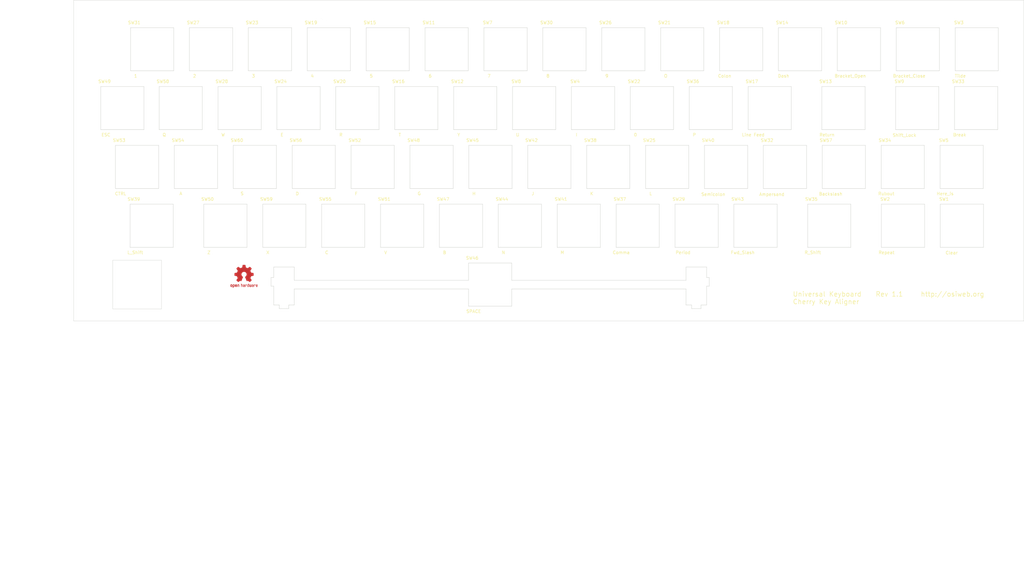
<source format=kicad_pcb>
(kicad_pcb (version 20190905) (host pcbnew "(5.99.0-232-g388351510)")

  (general
    (thickness 1.6)
    (drawings 11)
    (tracks 0)
    (modules 72)
    (nets 1)
  )

  (page "B")
  (title_block
    (title "Cherry Key aligner")
    (date "2019-08-25")
    (rev "1.1")
    (company "OSIWeb.org")
    (comment 1 "Key matrix w/ LED")
  )

  (layers
    (0 "F.Cu" signal)
    (31 "B.Cu" signal)
    (32 "B.Adhes" user)
    (33 "F.Adhes" user)
    (34 "B.Paste" user)
    (35 "F.Paste" user)
    (36 "B.SilkS" user)
    (37 "F.SilkS" user)
    (38 "B.Mask" user)
    (39 "F.Mask" user)
    (40 "Dwgs.User" user)
    (41 "Cmts.User" user)
    (42 "Eco1.User" user)
    (43 "Eco2.User" user)
    (44 "Edge.Cuts" user)
    (45 "Margin" user)
    (46 "B.CrtYd" user)
    (47 "F.CrtYd" user)
    (48 "B.Fab" user)
    (49 "F.Fab" user)
  )

  (setup
    (last_trace_width 0.254)
    (user_trace_width 0.254)
    (user_trace_width 0.508)
    (user_trace_width 1.27)
    (trace_clearance 0.2)
    (zone_clearance 0.508)
    (zone_45_only no)
    (trace_min 0.2)
    (via_size 0.8128)
    (via_drill 0.4064)
    (via_min_size 0.4)
    (via_min_drill 0.3)
    (user_via 1.27 0.7112)
    (uvia_size 0.3048)
    (uvia_drill 0.1016)
    (uvias_allowed no)
    (uvia_min_size 0.2)
    (uvia_min_drill 0.1)
    (max_error 0.005)
    (defaults
      (edge_clearance 0.01)
      (edge_cuts_line_width 0.1)
      (courtyard_line_width 0.05)
      (copper_line_width 0.2)
      (copper_text_dims (size 1.5 1.5) (thickness 0.3) keep_upright)
      (silk_line_width 0.15)
      (silk_text_dims (size 1 1) (thickness 0.15) keep_upright)
      (other_layers_line_width 0.1)
      (other_layers_text_dims (size 1 1) (thickness 0.15) keep_upright)
    )
    (pad_size 3.9878 3.9878)
    (pad_drill 3.9878)
    (pad_to_mask_clearance 0)
    (aux_axis_origin 61.4172 179.1081)
    (visible_elements 7FFFEFFF)
    (pcbplotparams
      (layerselection 0x010fc_ffffffff)
      (usegerberextensions false)
      (usegerberattributes false)
      (usegerberadvancedattributes false)
      (creategerberjobfile false)
      (excludeedgelayer true)
      (linewidth 0.100000)
      (plotframeref false)
      (viasonmask false)
      (mode 1)
      (useauxorigin false)
      (hpglpennumber 1)
      (hpglpenspeed 20)
      (hpglpendiameter 15.000000)
      (psnegative false)
      (psa4output false)
      (plotreference true)
      (plotvalue true)
      (plotinvisibletext false)
      (padsonsilk false)
      (subtractmaskfromsilk false)
      (outputformat 1)
      (mirror false)
      (drillshape 0)
      (scaleselection 1)
      (outputdirectory "cherry-aligner-outputs")
    )
  )

  (net 0 "")

  (net_class "Default" "This is the default net class."
    (clearance 0.2)
    (trace_width 0.254)
    (via_dia 0.8128)
    (via_drill 0.4064)
    (uvia_dia 0.3048)
    (uvia_drill 0.1016)
    (diff_pair_width 0.2032)
    (diff_pair_gap 0.254)
  )

  (net_class "power1" ""
    (clearance 0.254)
    (trace_width 1.27)
    (via_dia 1.27)
    (via_drill 0.7112)
    (uvia_dia 0.3048)
    (uvia_drill 0.1016)
    (diff_pair_width 0.2032)
    (diff_pair_gap 0.254)
  )

  (net_class "signal" ""
    (clearance 0.2032)
    (trace_width 0.254)
    (via_dia 0.8128)
    (via_drill 0.4064)
    (uvia_dia 0.3048)
    (uvia_drill 0.1016)
    (diff_pair_width 0.2032)
    (diff_pair_gap 0.254)
  )

  (module "MountingHole:MountingHole_3.5mm" (layer "F.Cu") (tedit 56D1B4CB) (tstamp 5DA65F84)
    (at 107.7595 171.45)
    (descr "Mounting Hole 3.5mm, no annular")
    (tags "mounting hole 3.5mm no annular")
    (attr virtual)
    (fp_text reference "REF**" (at 0 -4.5) (layer "F.SilkS") hide
      (effects (font (size 1 1) (thickness 0.15)))
    )
    (fp_text value "MountingHole_3.5mm" (at 0 4.5) (layer "F.Fab") hide
      (effects (font (size 1 1) (thickness 0.15)))
    )
    (fp_circle (center 0 0) (end 3.75 0) (layer "F.CrtYd") (width 0.05))
    (fp_circle (center 0 0) (end 3.5 0) (layer "Cmts.User") (width 0.15))
    (fp_text user "%R" (at 0.3 0) (layer "F.Fab") hide
      (effects (font (size 1 1) (thickness 0.15)))
    )
    (pad "1" np_thru_hole circle (at 0 0) (size 3.5 3.5) (drill 3.5) (layers *.Cu *.Mask))
  )

  (module "MountingHole:MountingHole_3.5mm" (layer "F.Cu") (tedit 56D1B4CB) (tstamp 5DA65F84)
    (at 67.31 171.45)
    (descr "Mounting Hole 3.5mm, no annular")
    (tags "mounting hole 3.5mm no annular")
    (attr virtual)
    (fp_text reference "REF**" (at 0 -4.5) (layer "F.SilkS") hide
      (effects (font (size 1 1) (thickness 0.15)))
    )
    (fp_text value "MountingHole_3.5mm" (at 0 4.5) (layer "F.Fab") hide
      (effects (font (size 1 1) (thickness 0.15)))
    )
    (fp_text user "%R" (at 0.3 0) (layer "F.Fab") hide
      (effects (font (size 1 1) (thickness 0.15)))
    )
    (fp_circle (center 0 0) (end 3.5 0) (layer "Cmts.User") (width 0.15))
    (fp_circle (center 0 0) (end 3.75 0) (layer "F.CrtYd") (width 0.05))
    (pad "1" np_thru_hole circle (at 0 0) (size 3.5 3.5) (drill 3.5) (layers *.Cu *.Mask))
  )

  (module "MountingHole:MountingHole_3.5mm" (layer "F.Cu") (tedit 56D1B4CB) (tstamp 5DA65F84)
    (at 363.22 171.45)
    (descr "Mounting Hole 3.5mm, no annular")
    (tags "mounting hole 3.5mm no annular")
    (attr virtual)
    (fp_text reference "REF**" (at 0 -4.5) (layer "F.SilkS") hide
      (effects (font (size 1 1) (thickness 0.15)))
    )
    (fp_text value "MountingHole_3.5mm" (at 0 4.5) (layer "F.Fab") hide
      (effects (font (size 1 1) (thickness 0.15)))
    )
    (fp_text user "%R" (at 0.3 0) (layer "F.Fab") hide
      (effects (font (size 1 1) (thickness 0.15)))
    )
    (fp_circle (center 0 0) (end 3.5 0) (layer "Cmts.User") (width 0.15))
    (fp_circle (center 0 0) (end 3.75 0) (layer "F.CrtYd") (width 0.05))
    (pad "1" np_thru_hole circle (at 0 0) (size 3.5 3.5) (drill 3.5) (layers *.Cu *.Mask))
  )

  (module "MountingHole:MountingHole_3.5mm" (layer "F.Cu") (tedit 56D1B4CB) (tstamp 5DA65F84)
    (at 284.607 171.45)
    (descr "Mounting Hole 3.5mm, no annular")
    (tags "mounting hole 3.5mm no annular")
    (attr virtual)
    (fp_text reference "REF**" (at 0 -4.5) (layer "F.SilkS") hide
      (effects (font (size 1 1) (thickness 0.15)))
    )
    (fp_text value "MountingHole_3.5mm" (at 0 4.5) (layer "F.Fab") hide
      (effects (font (size 1 1) (thickness 0.15)))
    )
    (fp_text user "%R" (at 0.3 0) (layer "F.Fab") hide
      (effects (font (size 1 1) (thickness 0.15)))
    )
    (fp_circle (center 0 0) (end 3.5 0) (layer "Cmts.User") (width 0.15))
    (fp_circle (center 0 0) (end 3.75 0) (layer "F.CrtYd") (width 0.05))
    (pad "1" np_thru_hole circle (at 0 0) (size 3.5 3.5) (drill 3.5) (layers *.Cu *.Mask))
  )

  (module "MountingHole:MountingHole_3.5mm" (layer "F.Cu") (tedit 56D1B4CB) (tstamp 5DA65F84)
    (at 364.49 78.74)
    (descr "Mounting Hole 3.5mm, no annular")
    (tags "mounting hole 3.5mm no annular")
    (attr virtual)
    (fp_text reference "REF**" (at 0 -4.5) (layer "F.SilkS") hide
      (effects (font (size 1 1) (thickness 0.15)))
    )
    (fp_text value "MountingHole_3.5mm" (at 0 4.5) (layer "F.Fab") hide
      (effects (font (size 1 1) (thickness 0.15)))
    )
    (fp_text user "%R" (at 0.3 0) (layer "F.Fab") hide
      (effects (font (size 1 1) (thickness 0.15)))
    )
    (fp_circle (center 0 0) (end 3.5 0) (layer "Cmts.User") (width 0.15))
    (fp_circle (center 0 0) (end 3.75 0) (layer "F.CrtYd") (width 0.05))
    (pad "1" np_thru_hole circle (at 0 0) (size 3.5 3.5) (drill 3.5) (layers *.Cu *.Mask))
  )

  (module "MountingHole:MountingHole_3.5mm" (layer "F.Cu") (tedit 56D1B4CB) (tstamp 5DA65F84)
    (at 348.9706 78.74)
    (descr "Mounting Hole 3.5mm, no annular")
    (tags "mounting hole 3.5mm no annular")
    (attr virtual)
    (fp_text reference "REF**" (at 0 -4.5) (layer "F.SilkS") hide
      (effects (font (size 1 1) (thickness 0.15)))
    )
    (fp_text value "MountingHole_3.5mm" (at 0 4.5) (layer "F.Fab") hide
      (effects (font (size 1 1) (thickness 0.15)))
    )
    (fp_text user "%R" (at 0.3 0) (layer "F.Fab") hide
      (effects (font (size 1 1) (thickness 0.15)))
    )
    (fp_circle (center 0 0) (end 3.5 0) (layer "Cmts.User") (width 0.15))
    (fp_circle (center 0 0) (end 3.75 0) (layer "F.CrtYd") (width 0.05))
    (pad "1" np_thru_hole circle (at 0 0) (size 3.5 3.5) (drill 3.5) (layers *.Cu *.Mask))
  )

  (module "MountingHole:MountingHole_3.5mm" (layer "F.Cu") (tedit 56D1B4CB) (tstamp 5DA65F84)
    (at 300.7106 78.74)
    (descr "Mounting Hole 3.5mm, no annular")
    (tags "mounting hole 3.5mm no annular")
    (attr virtual)
    (fp_text reference "REF**" (at 0 -4.5) (layer "F.SilkS") hide
      (effects (font (size 1 1) (thickness 0.15)))
    )
    (fp_text value "MountingHole_3.5mm" (at 0 4.5) (layer "F.Fab") hide
      (effects (font (size 1 1) (thickness 0.15)))
    )
    (fp_text user "%R" (at 0.3 0) (layer "F.Fab") hide
      (effects (font (size 1 1) (thickness 0.15)))
    )
    (fp_circle (center 0 0) (end 3.5 0) (layer "Cmts.User") (width 0.15))
    (fp_circle (center 0 0) (end 3.75 0) (layer "F.CrtYd") (width 0.05))
    (pad "1" np_thru_hole circle (at 0 0) (size 3.5 3.5) (drill 3.5) (layers *.Cu *.Mask))
  )

  (module "MountingHole:MountingHole_3.5mm" (layer "F.Cu") (tedit 56D1B4CB) (tstamp 5DA65F84)
    (at 290.83 78.74)
    (descr "Mounting Hole 3.5mm, no annular")
    (tags "mounting hole 3.5mm no annular")
    (attr virtual)
    (fp_text reference "REF**" (at 0 -4.5) (layer "F.SilkS") hide
      (effects (font (size 1 1) (thickness 0.15)))
    )
    (fp_text value "MountingHole_3.5mm" (at 0 4.5) (layer "F.Fab") hide
      (effects (font (size 1 1) (thickness 0.15)))
    )
    (fp_text user "%R" (at 0.3 0) (layer "F.Fab") hide
      (effects (font (size 1 1) (thickness 0.15)))
    )
    (fp_circle (center 0 0) (end 3.5 0) (layer "Cmts.User") (width 0.15))
    (fp_circle (center 0 0) (end 3.75 0) (layer "F.CrtYd") (width 0.05))
    (pad "1" np_thru_hole circle (at 0 0) (size 3.5 3.5) (drill 3.5) (layers *.Cu *.Mask))
  )

  (module "MountingHole:MountingHole_3.5mm" (layer "F.Cu") (tedit 56D1B4CB) (tstamp 5DA65F84)
    (at 143.51 78.74)
    (descr "Mounting Hole 3.5mm, no annular")
    (tags "mounting hole 3.5mm no annular")
    (attr virtual)
    (fp_text reference "REF**" (at 0 -4.5) (layer "F.SilkS") hide
      (effects (font (size 1 1) (thickness 0.15)))
    )
    (fp_text value "MountingHole_3.5mm" (at 0 4.5) (layer "F.Fab") hide
      (effects (font (size 1 1) (thickness 0.15)))
    )
    (fp_text user "%R" (at 0.3 0) (layer "F.Fab") hide
      (effects (font (size 1 1) (thickness 0.15)))
    )
    (fp_circle (center 0 0) (end 3.5 0) (layer "Cmts.User") (width 0.15))
    (fp_circle (center 0 0) (end 3.75 0) (layer "F.CrtYd") (width 0.05))
    (pad "1" np_thru_hole circle (at 0 0) (size 3.5 3.5) (drill 3.5) (layers *.Cu *.Mask))
  )

  (module "MountingHole:MountingHole_3.5mm" (layer "F.Cu") (tedit 56D1B4CB) (tstamp 5DA65F4E)
    (at 67.31 78.74)
    (descr "Mounting Hole 3.5mm, no annular")
    (tags "mounting hole 3.5mm no annular")
    (attr virtual)
    (fp_text reference "REF**" (at 0 -4.5) (layer "F.SilkS") hide
      (effects (font (size 1 1) (thickness 0.15)))
    )
    (fp_text value "MountingHole_3.5mm" (at 0 4.5) (layer "F.Fab") hide
      (effects (font (size 1 1) (thickness 0.15)))
    )
    (fp_text user "%R" (at 0.3 0) (layer "F.Fab") hide
      (effects (font (size 1 1) (thickness 0.15)))
    )
    (fp_circle (center 0 0) (end 3.5 0) (layer "Cmts.User") (width 0.15))
    (fp_circle (center 0 0) (end 3.75 0) (layer "F.CrtYd") (width 0.05))
    (pad "1" np_thru_hole circle (at 0 0) (size 3.5 3.5) (drill 3.5) (layers *.Cu *.Mask))
  )

  (module "MountingHole:MountingHole_3.5mm" (layer "F.Cu") (tedit 56D1B4CB) (tstamp 5DA65F72)
    (at 217.17 78.74)
    (descr "Mounting Hole 3.5mm, no annular")
    (tags "mounting hole 3.5mm no annular")
    (attr virtual)
    (fp_text reference "REF**" (at 0 -4.5) (layer "F.SilkS") hide
      (effects (font (size 1 1) (thickness 0.15)))
    )
    (fp_text value "MountingHole_3.5mm" (at 0 4.5) (layer "F.Fab") hide
      (effects (font (size 1 1) (thickness 0.15)))
    )
    (fp_text user "%R" (at 0.3 0) (layer "F.Fab") hide
      (effects (font (size 1 1) (thickness 0.15)))
    )
    (fp_circle (center 0 0) (end 3.5 0) (layer "Cmts.User") (width 0.15))
    (fp_circle (center 0 0) (end 3.75 0) (layer "F.CrtYd") (width 0.05))
    (pad "1" np_thru_hole circle (at 0 0) (size 3.5 3.5) (drill 3.5) (layers *.Cu *.Mask))
  )

  (module "unikbd:MX_space_aligner" locked (layer "F.Cu") (tedit 5DA62851) (tstamp 5D0D7A0F)
    (at 196.94398 165.99916)
    (path "/5BC3E99D/5BC6CD72")
    (fp_text reference "SW46" (at -5.7912 -8.6106) (layer "F.SilkS")
      (effects (font (size 1 1) (thickness 0.15)))
    )
    (fp_text value "SPACE" (at -5.334 8.6614) (layer "F.SilkS")
      (effects (font (size 1 1) (thickness 0.15)))
    )
    (fp_line (start -6.985 -6.985) (end 6.985 -6.985) (layer "Edge.Cuts") (width 0.12))
    (fp_line (start -6.985 -1.397) (end -6.985 -6.985) (layer "Edge.Cuts") (width 0.12))
    (fp_line (start -63.3476 -1.397) (end -6.985 -1.397) (layer "Edge.Cuts") (width 0.12))
    (fp_line (start -63.3476 -5.6896) (end -63.3476 -1.397) (layer "Edge.Cuts") (width 0.12))
    (fp_line (start -70.0024 -5.6896) (end -63.3476 -5.6896) (layer "Edge.Cuts") (width 0.12))
    (fp_line (start -70.0024 -2.286) (end -70.0024 -5.6896) (layer "Edge.Cuts") (width 0.12))
    (fp_line (start -70.866 -2.286) (end -70.0024 -2.286) (layer "Edge.Cuts") (width 0.12))
    (fp_line (start -70.866 0.508) (end -70.866 -2.286) (layer "Edge.Cuts") (width 0.12))
    (fp_line (start -70.0024 0.508) (end -70.866 0.508) (layer "Edge.Cuts") (width 0.12))
    (fp_line (start -70.0024 6.604) (end -70.0024 0.508) (layer "Edge.Cuts") (width 0.12))
    (fp_line (start -68.199 6.604) (end -70.0024 6.604) (layer "Edge.Cuts") (width 0.12))
    (fp_line (start -68.199 7.7724) (end -68.199 6.604) (layer "Edge.Cuts") (width 0.12))
    (fp_line (start -65.151 7.7724) (end -68.199 7.7724) (layer "Edge.Cuts") (width 0.12))
    (fp_line (start -65.151 6.604) (end -65.151 7.7724) (layer "Edge.Cuts") (width 0.12))
    (fp_line (start -63.3476 6.604) (end -65.151 6.604) (layer "Edge.Cuts") (width 0.12))
    (fp_line (start -63.3476 1.397) (end -63.3476 6.604) (layer "Edge.Cuts") (width 0.12))
    (fp_line (start -6.985 1.397) (end -63.3476 1.397) (layer "Edge.Cuts") (width 0.12))
    (fp_line (start -6.985 6.985) (end -6.985 1.397) (layer "Edge.Cuts") (width 0.12))
    (fp_line (start 6.985 6.985) (end -6.985 6.985) (layer "Edge.Cuts") (width 0.12))
    (fp_line (start 6.985 1.397) (end 6.985 6.985) (layer "Edge.Cuts") (width 0.12))
    (fp_line (start 63.3476 1.397) (end 6.985 1.397) (layer "Edge.Cuts") (width 0.12))
    (fp_line (start 63.3476 6.604) (end 63.3476 1.397) (layer "Edge.Cuts") (width 0.12))
    (fp_line (start 65.151 6.604) (end 63.3476 6.604) (layer "Edge.Cuts") (width 0.12))
    (fp_line (start 65.151 7.7724) (end 65.151 6.604) (layer "Edge.Cuts") (width 0.12))
    (fp_line (start 68.199 7.7724) (end 65.151 7.7724) (layer "Edge.Cuts") (width 0.12))
    (fp_line (start 68.199 6.604) (end 68.199 7.7724) (layer "Edge.Cuts") (width 0.12))
    (fp_line (start 70.0024 6.604) (end 68.199 6.604) (layer "Edge.Cuts") (width 0.12))
    (fp_line (start 70.0024 0.508) (end 70.0024 6.604) (layer "Edge.Cuts") (width 0.12))
    (fp_line (start 70.866 0.508) (end 70.0024 0.508) (layer "Edge.Cuts") (width 0.12))
    (fp_line (start 70.866 -2.286) (end 70.866 0.508) (layer "Edge.Cuts") (width 0.12))
    (fp_line (start 70.0024 -2.286) (end 70.866 -2.286) (layer "Edge.Cuts") (width 0.12))
    (fp_line (start 70.0024 -5.6896) (end 70.0024 -2.286) (layer "Edge.Cuts") (width 0.12))
    (fp_line (start 63.3476 -5.6896) (end 70.0024 -5.6896) (layer "Edge.Cuts") (width 0.12))
    (fp_line (start 63.3476 -1.397) (end 63.3476 -5.6896) (layer "Edge.Cuts") (width 0.12))
    (fp_line (start 6.985 -1.397) (end 63.3476 -1.397) (layer "Edge.Cuts") (width 0.12))
    (fp_line (start 6.985 -6.985) (end 6.985 -1.397) (layer "Edge.Cuts") (width 0.12))
  )

  (module "unikbd:Cherry aligner" locked (layer "F.Cu") (tedit 5DA626D6) (tstamp 5D0FBBE7)
    (at 244.67058 146.94916)
    (path "/5BC3E99D/5BC6CEDD")
    (fp_text reference "SW37" (at -5.7912 -8.6106) (layer "F.SilkS")
      (effects (font (size 1 1) (thickness 0.15)))
    )
    (fp_text value "Comma" (at -5.334 8.6614) (layer "F.SilkS")
      (effects (font (size 1 1) (thickness 0.15)))
    )
    (fp_line (start -6.985 -6.985) (end -6.985 6.985) (layer "Edge.Cuts") (width 0.12))
    (fp_line (start 6.985 6.985) (end 6.985 -6.985) (layer "Edge.Cuts") (width 0.12))
    (fp_line (start -6.985 -6.985) (end 6.985 -6.985) (layer "Edge.Cuts") (width 0.12))
    (fp_line (start -6.985 6.985) (end 6.985 6.985) (layer "Edge.Cuts") (width 0.12))
  )

  (module "unikbd:Cherry aligner" locked (layer "F.Cu") (tedit 5DA626D6) (tstamp 5D0D7CEF)
    (at 87.62238 89.79916)
    (path "/5BC3EA0A/5BCAF489")
    (fp_text reference "SW31" (at -5.7912 -8.6106) (layer "F.SilkS")
      (effects (font (size 1 1) (thickness 0.15)))
    )
    (fp_text value "1" (at -5.334 8.6614) (layer "F.SilkS")
      (effects (font (size 1 1) (thickness 0.15)))
    )
    (fp_line (start -6.985 -6.985) (end -6.985 6.985) (layer "Edge.Cuts") (width 0.12))
    (fp_line (start 6.985 6.985) (end 6.985 -6.985) (layer "Edge.Cuts") (width 0.12))
    (fp_line (start -6.985 -6.985) (end 6.985 -6.985) (layer "Edge.Cuts") (width 0.12))
    (fp_line (start -6.985 6.985) (end 6.985 6.985) (layer "Edge.Cuts") (width 0.12))
  )

  (module "unikbd:Cherry aligner" locked (layer "F.Cu") (tedit 5DA626D6) (tstamp 5D0D7CDF)
    (at 220.97238 89.79916)
    (path "/5BC3EA0A/5BCAF419")
    (fp_text reference "SW30" (at -5.7912 -8.6106) (layer "F.SilkS")
      (effects (font (size 1 1) (thickness 0.15)))
    )
    (fp_text value "8" (at -5.334 8.6614) (layer "F.SilkS")
      (effects (font (size 1 1) (thickness 0.15)))
    )
    (fp_line (start -6.985 -6.985) (end -6.985 6.985) (layer "Edge.Cuts") (width 0.12))
    (fp_line (start 6.985 6.985) (end 6.985 -6.985) (layer "Edge.Cuts") (width 0.12))
    (fp_line (start -6.985 -6.985) (end 6.985 -6.985) (layer "Edge.Cuts") (width 0.12))
    (fp_line (start -6.985 6.985) (end 6.985 6.985) (layer "Edge.Cuts") (width 0.12))
  )

  (module "unikbd:Cherry aligner" locked (layer "F.Cu") (tedit 5DA626D6) (tstamp 5D633EAE)
    (at 263.72058 146.94916)
    (path "/5BC3EA0A/5BCAF3A9")
    (fp_text reference "SW29" (at -5.7912 -8.6106) (layer "F.SilkS")
      (effects (font (size 1 1) (thickness 0.15)))
    )
    (fp_text value "Period" (at -4.38658 8.6614) (layer "F.SilkS")
      (effects (font (size 1 1) (thickness 0.15)))
    )
    (fp_line (start -6.985 -6.985) (end -6.985 6.985) (layer "Edge.Cuts") (width 0.12))
    (fp_line (start 6.985 6.985) (end 6.985 -6.985) (layer "Edge.Cuts") (width 0.12))
    (fp_line (start -6.985 -6.985) (end 6.985 -6.985) (layer "Edge.Cuts") (width 0.12))
    (fp_line (start -6.985 6.985) (end 6.985 6.985) (layer "Edge.Cuts") (width 0.12))
  )

  (module "unikbd:Cherry aligner" locked (layer "F.Cu") (tedit 5DA626D6) (tstamp 5D0F9EDE)
    (at 115.91798 108.84916)
    (path "/5BC3EA0A/5BCAF339")
    (fp_text reference "SW28" (at -5.7912 -8.6106) (layer "F.SilkS")
      (effects (font (size 1 1) (thickness 0.15)))
    )
    (fp_text value "W" (at -5.334 8.6614) (layer "F.SilkS")
      (effects (font (size 1 1) (thickness 0.15)))
    )
    (fp_line (start -6.985 -6.985) (end -6.985 6.985) (layer "Edge.Cuts") (width 0.12))
    (fp_line (start 6.985 6.985) (end 6.985 -6.985) (layer "Edge.Cuts") (width 0.12))
    (fp_line (start -6.985 -6.985) (end 6.985 -6.985) (layer "Edge.Cuts") (width 0.12))
    (fp_line (start -6.985 6.985) (end 6.985 6.985) (layer "Edge.Cuts") (width 0.12))
  )

  (module "unikbd:Cherry aligner" locked (layer "F.Cu") (tedit 5DA626D6) (tstamp 5D0D7CAF)
    (at 106.67238 89.79916)
    (path "/5BC3EA0A/5BCAF490")
    (fp_text reference "SW27" (at -5.7912 -8.6106) (layer "F.SilkS")
      (effects (font (size 1 1) (thickness 0.15)))
    )
    (fp_text value "2" (at -5.334 8.6614) (layer "F.SilkS")
      (effects (font (size 1 1) (thickness 0.15)))
    )
    (fp_line (start -6.985 -6.985) (end -6.985 6.985) (layer "Edge.Cuts") (width 0.12))
    (fp_line (start 6.985 6.985) (end 6.985 -6.985) (layer "Edge.Cuts") (width 0.12))
    (fp_line (start -6.985 -6.985) (end 6.985 -6.985) (layer "Edge.Cuts") (width 0.12))
    (fp_line (start -6.985 6.985) (end 6.985 6.985) (layer "Edge.Cuts") (width 0.12))
  )

  (module "unikbd:Cherry aligner" locked (layer "F.Cu") (tedit 5DA626D6) (tstamp 5D0D7C9F)
    (at 240.02238 89.79916)
    (path "/5BC3EA0A/5BCAF420")
    (fp_text reference "SW26" (at -5.7912 -8.6106) (layer "F.SilkS")
      (effects (font (size 1 1) (thickness 0.15)))
    )
    (fp_text value "9" (at -5.334 8.6614) (layer "F.SilkS")
      (effects (font (size 1 1) (thickness 0.15)))
    )
    (fp_line (start -6.985 -6.985) (end -6.985 6.985) (layer "Edge.Cuts") (width 0.12))
    (fp_line (start 6.985 6.985) (end 6.985 -6.985) (layer "Edge.Cuts") (width 0.12))
    (fp_line (start -6.985 -6.985) (end 6.985 -6.985) (layer "Edge.Cuts") (width 0.12))
    (fp_line (start -6.985 6.985) (end 6.985 6.985) (layer "Edge.Cuts") (width 0.12))
  )

  (module "unikbd:Cherry aligner" locked (layer "F.Cu") (tedit 5DA626D6) (tstamp 5D0FAB87)
    (at 254.19558 127.89916)
    (path "/5BC3EA0A/5BCAF3B0")
    (fp_text reference "SW25" (at -5.7912 -8.6106) (layer "F.SilkS")
      (effects (font (size 1 1) (thickness 0.15)))
    )
    (fp_text value "L" (at -5.334 8.6614) (layer "F.SilkS")
      (effects (font (size 1 1) (thickness 0.15)))
    )
    (fp_line (start -6.985 -6.985) (end -6.985 6.985) (layer "Edge.Cuts") (width 0.12))
    (fp_line (start 6.985 6.985) (end 6.985 -6.985) (layer "Edge.Cuts") (width 0.12))
    (fp_line (start -6.985 -6.985) (end 6.985 -6.985) (layer "Edge.Cuts") (width 0.12))
    (fp_line (start -6.985 6.985) (end 6.985 6.985) (layer "Edge.Cuts") (width 0.12))
  )

  (module "unikbd:Cherry aligner" locked (layer "F.Cu") (tedit 5DA626D6) (tstamp 5D0F9EA5)
    (at 134.96798 108.84916)
    (path "/5BC3EA0A/5BCAF340")
    (fp_text reference "SW24" (at -5.7912 -8.6106) (layer "F.SilkS")
      (effects (font (size 1 1) (thickness 0.15)))
    )
    (fp_text value "E" (at -5.334 8.6614) (layer "F.SilkS")
      (effects (font (size 1 1) (thickness 0.15)))
    )
    (fp_line (start -6.985 -6.985) (end -6.985 6.985) (layer "Edge.Cuts") (width 0.12))
    (fp_line (start 6.985 6.985) (end 6.985 -6.985) (layer "Edge.Cuts") (width 0.12))
    (fp_line (start -6.985 -6.985) (end 6.985 -6.985) (layer "Edge.Cuts") (width 0.12))
    (fp_line (start -6.985 6.985) (end 6.985 6.985) (layer "Edge.Cuts") (width 0.12))
  )

  (module "unikbd:Cherry aligner" locked (layer "F.Cu") (tedit 5DA626D6) (tstamp 5D0D7C6F)
    (at 125.72238 89.79916)
    (path "/5BC3EA0A/5BCAF482")
    (fp_text reference "SW23" (at -5.7912 -8.6106) (layer "F.SilkS")
      (effects (font (size 1 1) (thickness 0.15)))
    )
    (fp_text value "3" (at -5.334 8.6614) (layer "F.SilkS")
      (effects (font (size 1 1) (thickness 0.15)))
    )
    (fp_line (start -6.985 -6.985) (end -6.985 6.985) (layer "Edge.Cuts") (width 0.12))
    (fp_line (start 6.985 6.985) (end 6.985 -6.985) (layer "Edge.Cuts") (width 0.12))
    (fp_line (start -6.985 -6.985) (end 6.985 -6.985) (layer "Edge.Cuts") (width 0.12))
    (fp_line (start -6.985 6.985) (end 6.985 6.985) (layer "Edge.Cuts") (width 0.12))
  )

  (module "unikbd:Cherry aligner" locked (layer "F.Cu") (tedit 5DA626D6) (tstamp 5D633858)
    (at 249.26798 108.84916)
    (path "/5BC3EA0A/5BCAF412")
    (fp_text reference "SW22" (at -5.7912 -8.6106) (layer "F.SilkS")
      (effects (font (size 1 1) (thickness 0.15)))
    )
    (fp_text value "0" (at -5.334 8.6614) (layer "F.SilkS")
      (effects (font (size 1 1) (thickness 0.15)))
    )
    (fp_line (start -6.985 -6.985) (end -6.985 6.985) (layer "Edge.Cuts") (width 0.12))
    (fp_line (start 6.985 6.985) (end 6.985 -6.985) (layer "Edge.Cuts") (width 0.12))
    (fp_line (start -6.985 -6.985) (end 6.985 -6.985) (layer "Edge.Cuts") (width 0.12))
    (fp_line (start -6.985 6.985) (end 6.985 6.985) (layer "Edge.Cuts") (width 0.12))
  )

  (module "unikbd:Cherry aligner" locked (layer "F.Cu") (tedit 5DA626D6) (tstamp 5D0D7C4F)
    (at 259.07238 89.79916)
    (path "/5BC3EA0A/5BCAF3A2")
    (fp_text reference "SW21" (at -5.7912 -8.6106) (layer "F.SilkS")
      (effects (font (size 1 1) (thickness 0.15)))
    )
    (fp_text value "O" (at -5.334 8.6614) (layer "F.SilkS")
      (effects (font (size 1 1) (thickness 0.15)))
    )
    (fp_line (start -6.985 -6.985) (end -6.985 6.985) (layer "Edge.Cuts") (width 0.12))
    (fp_line (start 6.985 6.985) (end 6.985 -6.985) (layer "Edge.Cuts") (width 0.12))
    (fp_line (start -6.985 -6.985) (end 6.985 -6.985) (layer "Edge.Cuts") (width 0.12))
    (fp_line (start -6.985 6.985) (end 6.985 6.985) (layer "Edge.Cuts") (width 0.12))
  )

  (module "unikbd:Cherry aligner" locked (layer "F.Cu") (tedit 5DA626D6) (tstamp 5D0F9E6C)
    (at 154.01798 108.84916)
    (path "/5BC3EA0A/5BCAF332")
    (fp_text reference "SW20" (at -5.7912 -8.6106) (layer "F.SilkS")
      (effects (font (size 1 1) (thickness 0.15)))
    )
    (fp_text value "R" (at -5.334 8.6614) (layer "F.SilkS")
      (effects (font (size 1 1) (thickness 0.15)))
    )
    (fp_line (start -6.985 -6.985) (end -6.985 6.985) (layer "Edge.Cuts") (width 0.12))
    (fp_line (start 6.985 6.985) (end 6.985 -6.985) (layer "Edge.Cuts") (width 0.12))
    (fp_line (start -6.985 -6.985) (end 6.985 -6.985) (layer "Edge.Cuts") (width 0.12))
    (fp_line (start -6.985 6.985) (end 6.985 6.985) (layer "Edge.Cuts") (width 0.12))
  )

  (module "unikbd:Cherry aligner" locked (layer "F.Cu") (tedit 5DA626D6) (tstamp 5D0D7C2F)
    (at 144.77238 89.79916)
    (path "/5BC3EA0A/5BCAF47B")
    (fp_text reference "SW19" (at -5.7912 -8.6106) (layer "F.SilkS")
      (effects (font (size 1 1) (thickness 0.15)))
    )
    (fp_text value "4" (at -5.334 8.6614) (layer "F.SilkS")
      (effects (font (size 1 1) (thickness 0.15)))
    )
    (fp_line (start -6.985 -6.985) (end -6.985 6.985) (layer "Edge.Cuts") (width 0.12))
    (fp_line (start 6.985 6.985) (end 6.985 -6.985) (layer "Edge.Cuts") (width 0.12))
    (fp_line (start -6.985 -6.985) (end 6.985 -6.985) (layer "Edge.Cuts") (width 0.12))
    (fp_line (start -6.985 6.985) (end 6.985 6.985) (layer "Edge.Cuts") (width 0.12))
  )

  (module "unikbd:Cherry aligner" locked (layer "F.Cu") (tedit 5DA626D6) (tstamp 5D0D7C1F)
    (at 278.12238 89.79916)
    (path "/5BC3EA0A/5BCAF40B")
    (fp_text reference "SW18" (at -5.7912 -8.6106) (layer "F.SilkS")
      (effects (font (size 1 1) (thickness 0.15)))
    )
    (fp_text value "Colon" (at -5.334 8.6614) (layer "F.SilkS")
      (effects (font (size 1 1) (thickness 0.15)))
    )
    (fp_line (start -6.985 -6.985) (end -6.985 6.985) (layer "Edge.Cuts") (width 0.12))
    (fp_line (start 6.985 6.985) (end 6.985 -6.985) (layer "Edge.Cuts") (width 0.12))
    (fp_line (start -6.985 -6.985) (end 6.985 -6.985) (layer "Edge.Cuts") (width 0.12))
    (fp_line (start -6.985 6.985) (end 6.985 6.985) (layer "Edge.Cuts") (width 0.12))
  )

  (module "unikbd:Cherry aligner" locked (layer "F.Cu") (tedit 5DA626D6) (tstamp 5D0F9D4F)
    (at 287.36798 108.84916)
    (path "/5BC3EA0A/5BCAF39B")
    (fp_text reference "SW17" (at -5.7912 -8.6106) (layer "F.SilkS")
      (effects (font (size 1 1) (thickness 0.15)))
    )
    (fp_text value "Line Feed" (at -5.334 8.6614) (layer "F.SilkS")
      (effects (font (size 1 1) (thickness 0.15)))
    )
    (fp_line (start -6.985 -6.985) (end -6.985 6.985) (layer "Edge.Cuts") (width 0.12))
    (fp_line (start 6.985 6.985) (end 6.985 -6.985) (layer "Edge.Cuts") (width 0.12))
    (fp_line (start -6.985 -6.985) (end 6.985 -6.985) (layer "Edge.Cuts") (width 0.12))
    (fp_line (start -6.985 6.985) (end 6.985 6.985) (layer "Edge.Cuts") (width 0.12))
  )

  (module "unikbd:Cherry aligner" locked (layer "F.Cu") (tedit 5DA626D6) (tstamp 5D0F9D88)
    (at 173.06798 108.84916)
    (path "/5BC3EA0A/5BCAF32B")
    (fp_text reference "SW16" (at -5.7912 -8.6106) (layer "F.SilkS")
      (effects (font (size 1 1) (thickness 0.15)))
    )
    (fp_text value "T" (at -5.334 8.6614) (layer "F.SilkS")
      (effects (font (size 1 1) (thickness 0.15)))
    )
    (fp_line (start -6.985 -6.985) (end -6.985 6.985) (layer "Edge.Cuts") (width 0.12))
    (fp_line (start 6.985 6.985) (end 6.985 -6.985) (layer "Edge.Cuts") (width 0.12))
    (fp_line (start -6.985 -6.985) (end 6.985 -6.985) (layer "Edge.Cuts") (width 0.12))
    (fp_line (start -6.985 6.985) (end 6.985 6.985) (layer "Edge.Cuts") (width 0.12))
  )

  (module "unikbd:Cherry aligner" locked (layer "F.Cu") (tedit 5DA626D6) (tstamp 5D0D7BEF)
    (at 163.82238 89.79916)
    (path "/5BC3EA0A/5BCAF46D")
    (fp_text reference "SW15" (at -5.7912 -8.6106) (layer "F.SilkS")
      (effects (font (size 1 1) (thickness 0.15)))
    )
    (fp_text value "5" (at -5.334 8.6614) (layer "F.SilkS")
      (effects (font (size 1 1) (thickness 0.15)))
    )
    (fp_line (start -6.985 -6.985) (end -6.985 6.985) (layer "Edge.Cuts") (width 0.12))
    (fp_line (start 6.985 6.985) (end 6.985 -6.985) (layer "Edge.Cuts") (width 0.12))
    (fp_line (start -6.985 -6.985) (end 6.985 -6.985) (layer "Edge.Cuts") (width 0.12))
    (fp_line (start -6.985 6.985) (end 6.985 6.985) (layer "Edge.Cuts") (width 0.12))
  )

  (module "unikbd:Cherry aligner" locked (layer "F.Cu") (tedit 5DA626D6) (tstamp 5D0D7BDF)
    (at 297.17238 89.79916)
    (path "/5BC3EA0A/5BCAF3FD")
    (fp_text reference "SW14" (at -5.7912 -8.6106) (layer "F.SilkS")
      (effects (font (size 1 1) (thickness 0.15)))
    )
    (fp_text value "Dash" (at -5.334 8.6614) (layer "F.SilkS")
      (effects (font (size 1 1) (thickness 0.15)))
    )
    (fp_line (start -6.985 -6.985) (end -6.985 6.985) (layer "Edge.Cuts") (width 0.12))
    (fp_line (start 6.985 6.985) (end 6.985 -6.985) (layer "Edge.Cuts") (width 0.12))
    (fp_line (start -6.985 -6.985) (end 6.985 -6.985) (layer "Edge.Cuts") (width 0.12))
    (fp_line (start -6.985 6.985) (end 6.985 6.985) (layer "Edge.Cuts") (width 0.12))
  )

  (module "unikbd:Cherry aligner" locked (layer "F.Cu") (tedit 5DA626D6) (tstamp 5D10F44A)
    (at 311.21858 108.84916)
    (path "/5BC3EA0A/5BCAF38D")
    (fp_text reference "SW13" (at -5.7912 -8.6106) (layer "F.SilkS")
      (effects (font (size 1 1) (thickness 0.15)))
    )
    (fp_text value "Return" (at -5.334 8.6614) (layer "F.SilkS")
      (effects (font (size 1 1) (thickness 0.15)))
    )
    (fp_line (start -6.985 -6.985) (end -6.985 6.985) (layer "Edge.Cuts") (width 0.12))
    (fp_line (start 6.985 6.985) (end 6.985 -6.985) (layer "Edge.Cuts") (width 0.12))
    (fp_line (start -6.985 -6.985) (end 6.985 -6.985) (layer "Edge.Cuts") (width 0.12))
    (fp_line (start -6.985 6.985) (end 6.985 6.985) (layer "Edge.Cuts") (width 0.12))
  )

  (module "unikbd:Cherry aligner" locked (layer "F.Cu") (tedit 5DA626D6) (tstamp 5D0F9DFA)
    (at 192.11798 108.84916)
    (path "/5BC3EA0A/5BCAF31D")
    (fp_text reference "SW12" (at -5.7912 -8.6106) (layer "F.SilkS")
      (effects (font (size 1 1) (thickness 0.15)))
    )
    (fp_text value "Y" (at -5.334 8.6614) (layer "F.SilkS")
      (effects (font (size 1 1) (thickness 0.15)))
    )
    (fp_line (start -6.985 -6.985) (end -6.985 6.985) (layer "Edge.Cuts") (width 0.12))
    (fp_line (start 6.985 6.985) (end 6.985 -6.985) (layer "Edge.Cuts") (width 0.12))
    (fp_line (start -6.985 -6.985) (end 6.985 -6.985) (layer "Edge.Cuts") (width 0.12))
    (fp_line (start -6.985 6.985) (end 6.985 6.985) (layer "Edge.Cuts") (width 0.12))
  )

  (module "unikbd:Cherry aligner" locked (layer "F.Cu") (tedit 5DA626D6) (tstamp 5D0D7BAF)
    (at 182.87238 89.79916)
    (path "/5BC3EA0A/5BCAF474")
    (fp_text reference "SW11" (at -5.7912 -8.6106) (layer "F.SilkS")
      (effects (font (size 1 1) (thickness 0.15)))
    )
    (fp_text value "6" (at -5.334 8.6614) (layer "F.SilkS")
      (effects (font (size 1 1) (thickness 0.15)))
    )
    (fp_line (start -6.985 -6.985) (end -6.985 6.985) (layer "Edge.Cuts") (width 0.12))
    (fp_line (start 6.985 6.985) (end 6.985 -6.985) (layer "Edge.Cuts") (width 0.12))
    (fp_line (start -6.985 -6.985) (end 6.985 -6.985) (layer "Edge.Cuts") (width 0.12))
    (fp_line (start -6.985 6.985) (end 6.985 6.985) (layer "Edge.Cuts") (width 0.12))
  )

  (module "unikbd:Cherry aligner" locked (layer "F.Cu") (tedit 5DA626D6) (tstamp 5D105DE3)
    (at 316.22238 89.79916)
    (path "/5BC3EA0A/5BCAF404")
    (fp_text reference "SW10" (at -5.7912 -8.6106) (layer "F.SilkS")
      (effects (font (size 1 1) (thickness 0.15)))
    )
    (fp_text value "Bracket_Open" (at -2.794 8.6614) (layer "F.SilkS")
      (effects (font (size 1 1) (thickness 0.15)))
    )
    (fp_line (start -6.985 -6.985) (end -6.985 6.985) (layer "Edge.Cuts") (width 0.12))
    (fp_line (start 6.985 6.985) (end 6.985 -6.985) (layer "Edge.Cuts") (width 0.12))
    (fp_line (start -6.985 -6.985) (end 6.985 -6.985) (layer "Edge.Cuts") (width 0.12))
    (fp_line (start -6.985 6.985) (end 6.985 6.985) (layer "Edge.Cuts") (width 0.12))
  )

  (module "unikbd:Cherry aligner" locked (layer "F.Cu") (tedit 5DA626D6) (tstamp 5D0D7B8F)
    (at 335.06918 108.84916)
    (path "/5BC3EA0A/5BCAF394")
    (fp_text reference "SW9" (at -5.7912 -8.6106) (layer "F.SilkS")
      (effects (font (size 1 1) (thickness 0.15)))
    )
    (fp_text value "Shift_Lock" (at -4.1275 8.7884) (layer "F.SilkS")
      (effects (font (size 1 1) (thickness 0.15)))
    )
    (fp_line (start -6.985 -6.985) (end -6.985 6.985) (layer "Edge.Cuts") (width 0.12))
    (fp_line (start 6.985 6.985) (end 6.985 -6.985) (layer "Edge.Cuts") (width 0.12))
    (fp_line (start -6.985 -6.985) (end 6.985 -6.985) (layer "Edge.Cuts") (width 0.12))
    (fp_line (start -6.985 6.985) (end 6.985 6.985) (layer "Edge.Cuts") (width 0.12))
  )

  (module "unikbd:Cherry aligner" locked (layer "F.Cu") (tedit 5DA626D6) (tstamp 5D0F9DC1)
    (at 211.16798 108.84916)
    (path "/5BC3EA0A/5BCAF324")
    (fp_text reference "SW8" (at -5.7912 -8.6106) (layer "F.SilkS")
      (effects (font (size 1 1) (thickness 0.15)))
    )
    (fp_text value "U" (at -5.334 8.6614) (layer "F.SilkS")
      (effects (font (size 1 1) (thickness 0.15)))
    )
    (fp_line (start -6.985 -6.985) (end -6.985 6.985) (layer "Edge.Cuts") (width 0.12))
    (fp_line (start 6.985 6.985) (end 6.985 -6.985) (layer "Edge.Cuts") (width 0.12))
    (fp_line (start -6.985 -6.985) (end 6.985 -6.985) (layer "Edge.Cuts") (width 0.12))
    (fp_line (start -6.985 6.985) (end 6.985 6.985) (layer "Edge.Cuts") (width 0.12))
  )

  (module "unikbd:Cherry aligner" (layer "F.Cu") (tedit 5DA626D6) (tstamp 5D0D7B6F)
    (at 201.92238 89.79916)
    (path "/5BC3EA0A/5BCAF466")
    (fp_text reference "SW7" (at -5.7912 -8.6106) (layer "F.SilkS")
      (effects (font (size 1 1) (thickness 0.15)))
    )
    (fp_text value "7" (at -5.334 8.6614) (layer "F.SilkS")
      (effects (font (size 1 1) (thickness 0.15)))
    )
    (fp_line (start -6.985 -6.985) (end -6.985 6.985) (layer "Edge.Cuts") (width 0.12))
    (fp_line (start 6.985 6.985) (end 6.985 -6.985) (layer "Edge.Cuts") (width 0.12))
    (fp_line (start -6.985 -6.985) (end 6.985 -6.985) (layer "Edge.Cuts") (width 0.12))
    (fp_line (start -6.985 6.985) (end 6.985 6.985) (layer "Edge.Cuts") (width 0.12))
  )

  (module "unikbd:Cherry aligner" locked (layer "F.Cu") (tedit 5DA626D6) (tstamp 5D105E93)
    (at 335.27238 89.79916)
    (path "/5BC3EA0A/5BCAF3F6")
    (fp_text reference "SW6" (at -5.7912 -8.6106) (layer "F.SilkS")
      (effects (font (size 1 1) (thickness 0.15)))
    )
    (fp_text value "Bracket_Close" (at -2.794 8.6614) (layer "F.SilkS")
      (effects (font (size 1 1) (thickness 0.15)))
    )
    (fp_line (start -6.985 -6.985) (end -6.985 6.985) (layer "Edge.Cuts") (width 0.12))
    (fp_line (start 6.985 6.985) (end 6.985 -6.985) (layer "Edge.Cuts") (width 0.12))
    (fp_line (start -6.985 -6.985) (end 6.985 -6.985) (layer "Edge.Cuts") (width 0.12))
    (fp_line (start -6.985 6.985) (end 6.985 6.985) (layer "Edge.Cuts") (width 0.12))
  )

  (module "unikbd:Cherry aligner" locked (layer "F.Cu") (tedit 5DA626D6) (tstamp 5D0F200E)
    (at 349.44558 127.89916)
    (path "/5BC3EA0A/5BCAF386")
    (fp_text reference "SW5" (at -5.7912 -8.6106) (layer "F.SilkS")
      (effects (font (size 1 1) (thickness 0.15)))
    )
    (fp_text value "Here_is" (at -5.334 8.6614) (layer "F.SilkS")
      (effects (font (size 1 1) (thickness 0.15)))
    )
    (fp_line (start -6.985 -6.985) (end -6.985 6.985) (layer "Edge.Cuts") (width 0.12))
    (fp_line (start 6.985 6.985) (end 6.985 -6.985) (layer "Edge.Cuts") (width 0.12))
    (fp_line (start -6.985 -6.985) (end 6.985 -6.985) (layer "Edge.Cuts") (width 0.12))
    (fp_line (start -6.985 6.985) (end 6.985 6.985) (layer "Edge.Cuts") (width 0.12))
  )

  (module "unikbd:Cherry aligner" locked (layer "F.Cu") (tedit 5DA626D6) (tstamp 5D0F9D16)
    (at 230.21798 108.84916)
    (path "/5BC3EA0A/5BCAF316")
    (fp_text reference "SW4" (at -5.7912 -8.6106) (layer "F.SilkS")
      (effects (font (size 1 1) (thickness 0.15)))
    )
    (fp_text value "I" (at -5.334 8.6614) (layer "F.SilkS")
      (effects (font (size 1 1) (thickness 0.15)))
    )
    (fp_line (start -6.985 -6.985) (end -6.985 6.985) (layer "Edge.Cuts") (width 0.12))
    (fp_line (start 6.985 6.985) (end 6.985 -6.985) (layer "Edge.Cuts") (width 0.12))
    (fp_line (start -6.985 -6.985) (end 6.985 -6.985) (layer "Edge.Cuts") (width 0.12))
    (fp_line (start -6.985 6.985) (end 6.985 6.985) (layer "Edge.Cuts") (width 0.12))
  )

  (module "unikbd:Cherry aligner" locked (layer "F.Cu") (tedit 5DA626D6) (tstamp 5D0D7B1F)
    (at 354.32238 89.79916)
    (path "/5BC3EA0A/5BCAF3EF")
    (fp_text reference "SW3" (at -5.7912 -8.6106) (layer "F.SilkS")
      (effects (font (size 1 1) (thickness 0.15)))
    )
    (fp_text value "Tilde" (at -5.334 8.6614) (layer "F.SilkS")
      (effects (font (size 1 1) (thickness 0.15)))
    )
    (fp_line (start -6.985 -6.985) (end -6.985 6.985) (layer "Edge.Cuts") (width 0.12))
    (fp_line (start 6.985 6.985) (end 6.985 -6.985) (layer "Edge.Cuts") (width 0.12))
    (fp_line (start -6.985 -6.985) (end 6.985 -6.985) (layer "Edge.Cuts") (width 0.12))
    (fp_line (start -6.985 6.985) (end 6.985 6.985) (layer "Edge.Cuts") (width 0.12))
  )

  (module "unikbd:Cherry aligner" locked (layer "F.Cu") (tedit 5DA626D6) (tstamp 5D0F6109)
    (at 330.47178 146.94916)
    (path "/5BC3EA0A/5BCAF37F")
    (fp_text reference "SW2" (at -5.7912 -8.6106) (layer "F.SilkS")
      (effects (font (size 1 1) (thickness 0.15)))
    )
    (fp_text value "Repeat" (at -5.334 8.6614) (layer "F.SilkS")
      (effects (font (size 1 1) (thickness 0.15)))
    )
    (fp_line (start -6.985 -6.985) (end -6.985 6.985) (layer "Edge.Cuts") (width 0.12))
    (fp_line (start 6.985 6.985) (end 6.985 -6.985) (layer "Edge.Cuts") (width 0.12))
    (fp_line (start -6.985 -6.985) (end 6.985 -6.985) (layer "Edge.Cuts") (width 0.12))
    (fp_line (start -6.985 6.985) (end 6.985 6.985) (layer "Edge.Cuts") (width 0.12))
  )

  (module "unikbd:Cherry aligner" locked (layer "F.Cu") (tedit 5DA626D6) (tstamp 5D0FAB4E)
    (at 120.84558 127.89916)
    (path "/5BC3E99D/5BC6D0D0")
    (fp_text reference "SW60" (at -5.7912 -8.6106) (layer "F.SilkS")
      (effects (font (size 1 1) (thickness 0.15)))
    )
    (fp_text value "S" (at -4.13258 8.62584) (layer "F.SilkS")
      (effects (font (size 1 1) (thickness 0.15)))
    )
    (fp_line (start -6.985 -6.985) (end -6.985 6.985) (layer "Edge.Cuts") (width 0.12))
    (fp_line (start 6.985 6.985) (end 6.985 -6.985) (layer "Edge.Cuts") (width 0.12))
    (fp_line (start -6.985 -6.985) (end 6.985 -6.985) (layer "Edge.Cuts") (width 0.12))
    (fp_line (start -6.985 6.985) (end 6.985 6.985) (layer "Edge.Cuts") (width 0.12))
  )

  (module "unikbd:Cherry aligner" locked (layer "F.Cu") (tedit 5DA626D6) (tstamp 5D0FB692)
    (at 130.37058 146.94916)
    (path "/5BC3E99D/5BC6CF00")
    (fp_text reference "SW59" (at -5.7912 -8.6106) (layer "F.SilkS")
      (effects (font (size 1 1) (thickness 0.15)))
    )
    (fp_text value "X" (at -5.334 8.6614) (layer "F.SilkS")
      (effects (font (size 1 1) (thickness 0.15)))
    )
    (fp_line (start -6.985 -6.985) (end -6.985 6.985) (layer "Edge.Cuts") (width 0.12))
    (fp_line (start 6.985 6.985) (end 6.985 -6.985) (layer "Edge.Cuts") (width 0.12))
    (fp_line (start -6.985 -6.985) (end 6.985 -6.985) (layer "Edge.Cuts") (width 0.12))
    (fp_line (start -6.985 6.985) (end 6.985 6.985) (layer "Edge.Cuts") (width 0.12))
  )

  (module "unikbd:Cherry aligner" locked (layer "F.Cu") (tedit 5DA626D6) (tstamp 5D0F9CDD)
    (at 96.86798 108.84916)
    (path "/5BC3E99D/5BC6CD80")
    (fp_text reference "SW58" (at -5.7912 -8.6106) (layer "F.SilkS")
      (effects (font (size 1 1) (thickness 0.15)))
    )
    (fp_text value "Q" (at -5.334 8.6614) (layer "F.SilkS")
      (effects (font (size 1 1) (thickness 0.15)))
    )
    (fp_line (start -6.985 -6.985) (end -6.985 6.985) (layer "Edge.Cuts") (width 0.12))
    (fp_line (start 6.985 6.985) (end 6.985 -6.985) (layer "Edge.Cuts") (width 0.12))
    (fp_line (start -6.985 -6.985) (end 6.985 -6.985) (layer "Edge.Cuts") (width 0.12))
    (fp_line (start -6.985 6.985) (end 6.985 6.985) (layer "Edge.Cuts") (width 0.12))
  )

  (module "unikbd:Cherry aligner" locked (layer "F.Cu") (tedit 5DA626D6) (tstamp 5D633B5C)
    (at 311.34558 127.89916)
    (path "/5BC3E99D/5BC3FF70")
    (fp_text reference "SW57" (at -5.7912 -8.6106) (layer "F.SilkS")
      (effects (font (size 1 1) (thickness 0.15)))
    )
    (fp_text value "Backslash" (at -4.25958 8.75284) (layer "F.SilkS")
      (effects (font (size 1 1) (thickness 0.15)))
    )
    (fp_line (start -6.985 -6.985) (end -6.985 6.985) (layer "Edge.Cuts") (width 0.12))
    (fp_line (start 6.985 6.985) (end 6.985 -6.985) (layer "Edge.Cuts") (width 0.12))
    (fp_line (start -6.985 -6.985) (end 6.985 -6.985) (layer "Edge.Cuts") (width 0.12))
    (fp_line (start -6.985 6.985) (end 6.985 6.985) (layer "Edge.Cuts") (width 0.12))
  )

  (module "unikbd:Cherry aligner" locked (layer "F.Cu") (tedit 5DA626D6) (tstamp 5D0FAB15)
    (at 139.89558 127.89916)
    (path "/5BC3E99D/5BC6D0D7")
    (fp_text reference "SW56" (at -5.7912 -8.6106) (layer "F.SilkS")
      (effects (font (size 1 1) (thickness 0.15)))
    )
    (fp_text value "D" (at -5.334 8.6614) (layer "F.SilkS")
      (effects (font (size 1 1) (thickness 0.15)))
    )
    (fp_line (start -6.985 -6.985) (end -6.985 6.985) (layer "Edge.Cuts") (width 0.12))
    (fp_line (start 6.985 6.985) (end 6.985 -6.985) (layer "Edge.Cuts") (width 0.12))
    (fp_line (start -6.985 -6.985) (end 6.985 -6.985) (layer "Edge.Cuts") (width 0.12))
    (fp_line (start -6.985 6.985) (end 6.985 6.985) (layer "Edge.Cuts") (width 0.12))
  )

  (module "unikbd:Cherry aligner" locked (layer "F.Cu") (tedit 5DA626D6) (tstamp 5D0FB659)
    (at 149.42058 146.94916)
    (path "/5BC3E99D/5BC6CF07")
    (fp_text reference "SW55" (at -5.7912 -8.6106) (layer "F.SilkS")
      (effects (font (size 1 1) (thickness 0.15)))
    )
    (fp_text value "C" (at -5.334 8.6614) (layer "F.SilkS")
      (effects (font (size 1 1) (thickness 0.15)))
    )
    (fp_line (start -6.985 -6.985) (end -6.985 6.985) (layer "Edge.Cuts") (width 0.12))
    (fp_line (start 6.985 6.985) (end 6.985 -6.985) (layer "Edge.Cuts") (width 0.12))
    (fp_line (start -6.985 -6.985) (end 6.985 -6.985) (layer "Edge.Cuts") (width 0.12))
    (fp_line (start -6.985 6.985) (end 6.985 6.985) (layer "Edge.Cuts") (width 0.12))
  )

  (module "unikbd:Cherry aligner" locked (layer "F.Cu") (tedit 5DA626D6) (tstamp 5D0FAADC)
    (at 101.79558 127.89916)
    (path "/5BC3E99D/5BC6CD87")
    (fp_text reference "SW54" (at -5.7912 -8.6106) (layer "F.SilkS")
      (effects (font (size 1 1) (thickness 0.15)))
    )
    (fp_text value "A" (at -4.89458 8.62584) (layer "F.SilkS")
      (effects (font (size 1 1) (thickness 0.15)))
    )
    (fp_line (start -6.985 -6.985) (end -6.985 6.985) (layer "Edge.Cuts") (width 0.12))
    (fp_line (start 6.985 6.985) (end 6.985 -6.985) (layer "Edge.Cuts") (width 0.12))
    (fp_line (start -6.985 -6.985) (end 6.985 -6.985) (layer "Edge.Cuts") (width 0.12))
    (fp_line (start -6.985 6.985) (end 6.985 6.985) (layer "Edge.Cuts") (width 0.12))
  )

  (module "unikbd:Cherry aligner" locked (layer "F.Cu") (tedit 5DA626D6) (tstamp 5D0FAF44)
    (at 82.74558 127.89916)
    (path "/5BC3E99D/5BC3FF77")
    (fp_text reference "SW53" (at -5.7912 -8.6106) (layer "F.SilkS")
      (effects (font (size 1 1) (thickness 0.15)))
    )
    (fp_text value "CTRL" (at -5.334 8.6614) (layer "F.SilkS")
      (effects (font (size 1 1) (thickness 0.15)))
    )
    (fp_line (start -6.985 -6.985) (end -6.985 6.985) (layer "Edge.Cuts") (width 0.12))
    (fp_line (start 6.985 6.985) (end 6.985 -6.985) (layer "Edge.Cuts") (width 0.12))
    (fp_line (start -6.985 -6.985) (end 6.985 -6.985) (layer "Edge.Cuts") (width 0.12))
    (fp_line (start -6.985 6.985) (end 6.985 6.985) (layer "Edge.Cuts") (width 0.12))
  )

  (module "unikbd:Cherry aligner" locked (layer "F.Cu") (tedit 5DA626D6) (tstamp 5D0FB0A3)
    (at 158.94558 127.89916)
    (path "/5BC3E99D/5BC6D0C9")
    (fp_text reference "SW52" (at -5.7912 -8.6106) (layer "F.SilkS")
      (effects (font (size 1 1) (thickness 0.15)))
    )
    (fp_text value "F" (at -5.334 8.6614) (layer "F.SilkS")
      (effects (font (size 1 1) (thickness 0.15)))
    )
    (fp_line (start -6.985 -6.985) (end -6.985 6.985) (layer "Edge.Cuts") (width 0.12))
    (fp_line (start 6.985 6.985) (end 6.985 -6.985) (layer "Edge.Cuts") (width 0.12))
    (fp_line (start -6.985 -6.985) (end 6.985 -6.985) (layer "Edge.Cuts") (width 0.12))
    (fp_line (start -6.985 6.985) (end 6.985 6.985) (layer "Edge.Cuts") (width 0.12))
  )

  (module "unikbd:Cherry aligner" locked (layer "F.Cu") (tedit 5DA626D6) (tstamp 5D0FBCCB)
    (at 168.47058 146.94916)
    (path "/5BC3E99D/5BC6CEF9")
    (fp_text reference "SW51" (at -5.7912 -8.6106) (layer "F.SilkS")
      (effects (font (size 1 1) (thickness 0.15)))
    )
    (fp_text value "V" (at -5.334 8.6614) (layer "F.SilkS")
      (effects (font (size 1 1) (thickness 0.15)))
    )
    (fp_line (start -6.985 -6.985) (end -6.985 6.985) (layer "Edge.Cuts") (width 0.12))
    (fp_line (start 6.985 6.985) (end 6.985 -6.985) (layer "Edge.Cuts") (width 0.12))
    (fp_line (start -6.985 -6.985) (end 6.985 -6.985) (layer "Edge.Cuts") (width 0.12))
    (fp_line (start -6.985 6.985) (end 6.985 6.985) (layer "Edge.Cuts") (width 0.12))
  )

  (module "unikbd:Cherry aligner" locked (layer "F.Cu") (tedit 5DA626D6) (tstamp 5D0FBC59)
    (at 111.32058 146.94916)
    (path "/5BC3E99D/5BC6CD79")
    (fp_text reference "SW50" (at -5.7912 -8.6106) (layer "F.SilkS")
      (effects (font (size 1 1) (thickness 0.15)))
    )
    (fp_text value "Z" (at -5.334 8.6614) (layer "F.SilkS")
      (effects (font (size 1 1) (thickness 0.15)))
    )
    (fp_line (start -6.985 -6.985) (end -6.985 6.985) (layer "Edge.Cuts") (width 0.12))
    (fp_line (start 6.985 6.985) (end 6.985 -6.985) (layer "Edge.Cuts") (width 0.12))
    (fp_line (start -6.985 -6.985) (end 6.985 -6.985) (layer "Edge.Cuts") (width 0.12))
    (fp_line (start -6.985 6.985) (end 6.985 6.985) (layer "Edge.Cuts") (width 0.12))
  )

  (module "unikbd:Cherry aligner" locked (layer "F.Cu") (tedit 5DA626D6) (tstamp 5D0FA2F5)
    (at 77.99578 108.84916)
    (path "/5BC3E99D/5BC3FF69")
    (fp_text reference "SW49" (at -5.7912 -8.6106) (layer "F.SilkS")
      (effects (font (size 1 1) (thickness 0.15)))
    )
    (fp_text value "ESC" (at -5.334 8.6614) (layer "F.SilkS")
      (effects (font (size 1 1) (thickness 0.15)))
    )
    (fp_line (start -6.985 -6.985) (end -6.985 6.985) (layer "Edge.Cuts") (width 0.12))
    (fp_line (start 6.985 6.985) (end 6.985 -6.985) (layer "Edge.Cuts") (width 0.12))
    (fp_line (start -6.985 -6.985) (end 6.985 -6.985) (layer "Edge.Cuts") (width 0.12))
    (fp_line (start -6.985 6.985) (end 6.985 6.985) (layer "Edge.Cuts") (width 0.12))
  )

  (module "unikbd:Cherry aligner" locked (layer "F.Cu") (tedit 5DA626D6) (tstamp 5D0FB115)
    (at 177.99558 127.89916)
    (path "/5BC3E99D/5BC6D0C2")
    (fp_text reference "SW48" (at -5.7912 -8.6106) (layer "F.SilkS")
      (effects (font (size 1 1) (thickness 0.15)))
    )
    (fp_text value "G" (at -4.00558 8.62584) (layer "F.SilkS")
      (effects (font (size 1 1) (thickness 0.15)))
    )
    (fp_line (start -6.985 -6.985) (end -6.985 6.985) (layer "Edge.Cuts") (width 0.12))
    (fp_line (start 6.985 6.985) (end 6.985 -6.985) (layer "Edge.Cuts") (width 0.12))
    (fp_line (start -6.985 -6.985) (end 6.985 -6.985) (layer "Edge.Cuts") (width 0.12))
    (fp_line (start -6.985 6.985) (end 6.985 6.985) (layer "Edge.Cuts") (width 0.12))
  )

  (module "unikbd:Cherry aligner" locked (layer "F.Cu") (tedit 5DA626D6) (tstamp 5D0FBB3C)
    (at 187.52058 146.94916)
    (path "/5BC3E99D/5BC6CEF2")
    (fp_text reference "SW47" (at -5.7912 -8.6106) (layer "F.SilkS")
      (effects (font (size 1 1) (thickness 0.15)))
    )
    (fp_text value "B" (at -5.334 8.6614) (layer "F.SilkS")
      (effects (font (size 1 1) (thickness 0.15)))
    )
    (fp_line (start -6.985 -6.985) (end -6.985 6.985) (layer "Edge.Cuts") (width 0.12))
    (fp_line (start 6.985 6.985) (end 6.985 -6.985) (layer "Edge.Cuts") (width 0.12))
    (fp_line (start -6.985 -6.985) (end 6.985 -6.985) (layer "Edge.Cuts") (width 0.12))
    (fp_line (start -6.985 6.985) (end 6.985 6.985) (layer "Edge.Cuts") (width 0.12))
  )

  (module "unikbd:Cherry aligner" locked (layer "F.Cu") (tedit 5DA626D6) (tstamp 5D0FB187)
    (at 197.04558 127.89916)
    (path "/5BC3E99D/5BC6D0B4")
    (fp_text reference "SW45" (at -5.7912 -8.6106) (layer "F.SilkS")
      (effects (font (size 1 1) (thickness 0.15)))
    )
    (fp_text value "H" (at -5.334 8.6614) (layer "F.SilkS")
      (effects (font (size 1 1) (thickness 0.15)))
    )
    (fp_line (start -6.985 -6.985) (end -6.985 6.985) (layer "Edge.Cuts") (width 0.12))
    (fp_line (start 6.985 6.985) (end 6.985 -6.985) (layer "Edge.Cuts") (width 0.12))
    (fp_line (start -6.985 -6.985) (end 6.985 -6.985) (layer "Edge.Cuts") (width 0.12))
    (fp_line (start -6.985 6.985) (end 6.985 6.985) (layer "Edge.Cuts") (width 0.12))
  )

  (module "unikbd:Cherry aligner" locked (layer "F.Cu") (tedit 5DA626D6) (tstamp 5D0FBC20)
    (at 206.57058 146.94916)
    (path "/5BC3E99D/5BC6CEE4")
    (fp_text reference "SW44" (at -5.7912 -8.6106) (layer "F.SilkS")
      (effects (font (size 1 1) (thickness 0.15)))
    )
    (fp_text value "N" (at -5.334 8.6614) (layer "F.SilkS")
      (effects (font (size 1 1) (thickness 0.15)))
    )
    (fp_line (start -6.985 -6.985) (end -6.985 6.985) (layer "Edge.Cuts") (width 0.12))
    (fp_line (start 6.985 6.985) (end 6.985 -6.985) (layer "Edge.Cuts") (width 0.12))
    (fp_line (start -6.985 -6.985) (end 6.985 -6.985) (layer "Edge.Cuts") (width 0.12))
    (fp_line (start -6.985 6.985) (end 6.985 6.985) (layer "Edge.Cuts") (width 0.12))
  )

  (module "unikbd:Cherry aligner" locked (layer "F.Cu") (tedit 5DA626D6) (tstamp 5D0FBBAE)
    (at 282.77058 146.94916)
    (path "/5BC3E99D/5BC6CD64")
    (fp_text reference "SW43" (at -5.7912 -8.6106) (layer "F.SilkS")
      (effects (font (size 1 1) (thickness 0.15)))
    )
    (fp_text value "Fwd_Slash" (at -4.13258 8.6614) (layer "F.SilkS")
      (effects (font (size 1 1) (thickness 0.15)))
    )
    (fp_line (start -6.985 -6.985) (end -6.985 6.985) (layer "Edge.Cuts") (width 0.12))
    (fp_line (start 6.985 6.985) (end 6.985 -6.985) (layer "Edge.Cuts") (width 0.12))
    (fp_line (start -6.985 -6.985) (end 6.985 -6.985) (layer "Edge.Cuts") (width 0.12))
    (fp_line (start -6.985 6.985) (end 6.985 6.985) (layer "Edge.Cuts") (width 0.12))
  )

  (module "unikbd:Cherry aligner" locked (layer "F.Cu") (tedit 5DA626D6) (tstamp 5D0FB14E)
    (at 216.09558 127.89916)
    (path "/5BC3E99D/5BC6D0BB")
    (fp_text reference "SW42" (at -5.7912 -8.6106) (layer "F.SilkS")
      (effects (font (size 1 1) (thickness 0.15)))
    )
    (fp_text value "J" (at -5.334 8.6614) (layer "F.SilkS")
      (effects (font (size 1 1) (thickness 0.15)))
    )
    (fp_line (start -6.985 -6.985) (end -6.985 6.985) (layer "Edge.Cuts") (width 0.12))
    (fp_line (start 6.985 6.985) (end 6.985 -6.985) (layer "Edge.Cuts") (width 0.12))
    (fp_line (start -6.985 -6.985) (end 6.985 -6.985) (layer "Edge.Cuts") (width 0.12))
    (fp_line (start -6.985 6.985) (end 6.985 6.985) (layer "Edge.Cuts") (width 0.12))
  )

  (module "unikbd:Cherry aligner" locked (layer "F.Cu") (tedit 5DA626D6) (tstamp 5D0FBC92)
    (at 225.62058 146.94916)
    (path "/5BC3E99D/5BC6CEEB")
    (fp_text reference "SW41" (at -5.7912 -8.6106) (layer "F.SilkS")
      (effects (font (size 1 1) (thickness 0.15)))
    )
    (fp_text value "M" (at -5.334 8.6614) (layer "F.SilkS")
      (effects (font (size 1 1) (thickness 0.15)))
    )
    (fp_line (start -6.985 -6.985) (end -6.985 6.985) (layer "Edge.Cuts") (width 0.12))
    (fp_line (start 6.985 6.985) (end 6.985 -6.985) (layer "Edge.Cuts") (width 0.12))
    (fp_line (start -6.985 -6.985) (end 6.985 -6.985) (layer "Edge.Cuts") (width 0.12))
    (fp_line (start -6.985 6.985) (end 6.985 6.985) (layer "Edge.Cuts") (width 0.12))
  )

  (module "unikbd:Cherry aligner" locked (layer "F.Cu") (tedit 5DA626D6) (tstamp 5D0FB031)
    (at 273.24558 127.89916)
    (path "/5BC3E99D/5BC6CD6B")
    (fp_text reference "SW40" (at -5.7912 -8.6106) (layer "F.SilkS")
      (effects (font (size 1 1) (thickness 0.15)))
    )
    (fp_text value "Semicolon" (at -4.13258 8.87984) (layer "F.SilkS")
      (effects (font (size 1 1) (thickness 0.15)))
    )
    (fp_line (start -6.985 -6.985) (end -6.985 6.985) (layer "Edge.Cuts") (width 0.12))
    (fp_line (start 6.985 6.985) (end 6.985 -6.985) (layer "Edge.Cuts") (width 0.12))
    (fp_line (start -6.985 -6.985) (end 6.985 -6.985) (layer "Edge.Cuts") (width 0.12))
    (fp_line (start -6.985 6.985) (end 6.985 6.985) (layer "Edge.Cuts") (width 0.12))
  )

  (module "unikbd:Cherry aligner" locked (layer "F.Cu") (tedit 5DA626D6) (tstamp 5D0FBB75)
    (at 87.46998 146.94916)
    (path "/5BC3E99D/5BC3FE57")
    (fp_text reference "SW39" (at -5.7912 -8.6106) (layer "F.SilkS")
      (effects (font (size 1 1) (thickness 0.15)))
    )
    (fp_text value "L_Shift" (at -5.334 8.6614) (layer "F.SilkS")
      (effects (font (size 1 1) (thickness 0.15)))
    )
    (fp_line (start -6.985 -6.985) (end -6.985 6.985) (layer "Edge.Cuts") (width 0.12))
    (fp_line (start 6.985 6.985) (end 6.985 -6.985) (layer "Edge.Cuts") (width 0.12))
    (fp_line (start -6.985 -6.985) (end 6.985 -6.985) (layer "Edge.Cuts") (width 0.12))
    (fp_line (start -6.985 6.985) (end 6.985 6.985) (layer "Edge.Cuts") (width 0.12))
  )

  (module "unikbd:Cherry aligner" locked (layer "F.Cu") (tedit 5DA626D6) (tstamp 5D0FB06A)
    (at 235.14558 127.89916)
    (path "/5BC3E99D/5BC6D0AD")
    (fp_text reference "SW38" (at -5.7912 -8.6106) (layer "F.SilkS")
      (effects (font (size 1 1) (thickness 0.15)))
    )
    (fp_text value "K" (at -5.334 8.6614) (layer "F.SilkS")
      (effects (font (size 1 1) (thickness 0.15)))
    )
    (fp_line (start -6.985 -6.985) (end -6.985 6.985) (layer "Edge.Cuts") (width 0.12))
    (fp_line (start 6.985 6.985) (end 6.985 -6.985) (layer "Edge.Cuts") (width 0.12))
    (fp_line (start -6.985 -6.985) (end 6.985 -6.985) (layer "Edge.Cuts") (width 0.12))
    (fp_line (start -6.985 6.985) (end 6.985 6.985) (layer "Edge.Cuts") (width 0.12))
  )

  (module "unikbd:Cherry aligner" locked (layer "F.Cu") (tedit 5DA626D6) (tstamp 5D0FA32E)
    (at 268.31798 108.84916)
    (path "/5BC3E99D/5BC6CD5D")
    (fp_text reference "SW36" (at -5.7912 -8.6106) (layer "F.SilkS")
      (effects (font (size 1 1) (thickness 0.15)))
    )
    (fp_text value "P" (at -5.334 8.6614) (layer "F.SilkS")
      (effects (font (size 1 1) (thickness 0.15)))
    )
    (fp_line (start -6.985 -6.985) (end -6.985 6.985) (layer "Edge.Cuts") (width 0.12))
    (fp_line (start 6.985 6.985) (end 6.985 -6.985) (layer "Edge.Cuts") (width 0.12))
    (fp_line (start -6.985 -6.985) (end 6.985 -6.985) (layer "Edge.Cuts") (width 0.12))
    (fp_line (start -6.985 6.985) (end 6.985 6.985) (layer "Edge.Cuts") (width 0.12))
  )

  (module "unikbd:Cherry aligner" locked (layer "F.Cu") (tedit 5DA626D6) (tstamp 5D0FBD04)
    (at 306.62118 146.94916)
    (path "/5BC3E99D/5BC3FD26")
    (fp_text reference "SW35" (at -5.7912 -8.6106) (layer "F.SilkS")
      (effects (font (size 1 1) (thickness 0.15)))
    )
    (fp_text value "R_Shift" (at -5.334 8.6614) (layer "F.SilkS")
      (effects (font (size 1 1) (thickness 0.15)))
    )
    (fp_line (start -6.985 -6.985) (end -6.985 6.985) (layer "Edge.Cuts") (width 0.12))
    (fp_line (start 6.985 6.985) (end 6.985 -6.985) (layer "Edge.Cuts") (width 0.12))
    (fp_line (start -6.985 -6.985) (end 6.985 -6.985) (layer "Edge.Cuts") (width 0.12))
    (fp_line (start -6.985 6.985) (end 6.985 6.985) (layer "Edge.Cuts") (width 0.12))
  )

  (module "unikbd:Cherry aligner" locked (layer "F.Cu") (tedit 5DA626D6) (tstamp 5D0EE51F)
    (at 330.39558 127.89916)
    (path "/5D6C3751")
    (fp_text reference "SW34" (at -5.7912 -8.6106) (layer "F.SilkS")
      (effects (font (size 1 1) (thickness 0.15)))
    )
    (fp_text value "Rubout" (at -5.334 8.6614) (layer "F.SilkS")
      (effects (font (size 1 1) (thickness 0.15)))
    )
    (fp_line (start -6.985 -6.985) (end -6.985 6.985) (layer "Edge.Cuts") (width 0.12))
    (fp_line (start 6.985 6.985) (end 6.985 -6.985) (layer "Edge.Cuts") (width 0.12))
    (fp_line (start -6.985 -6.985) (end 6.985 -6.985) (layer "Edge.Cuts") (width 0.12))
    (fp_line (start -6.985 6.985) (end 6.985 6.985) (layer "Edge.Cuts") (width 0.12))
  )

  (module "unikbd:Cherry aligner" locked (layer "F.Cu") (tedit 5DA626D6) (tstamp 5D0D791F)
    (at 354.11918 108.84916)
    (path "/5BC3E99D/5BC6CED6")
    (fp_text reference "SW33" (at -5.7912 -8.6106) (layer "F.SilkS")
      (effects (font (size 1 1) (thickness 0.15)))
    )
    (fp_text value "Break" (at -5.334 8.6614) (layer "F.SilkS")
      (effects (font (size 1 1) (thickness 0.15)))
    )
    (fp_line (start -6.985 -6.985) (end -6.985 6.985) (layer "Edge.Cuts") (width 0.12))
    (fp_line (start 6.985 6.985) (end 6.985 -6.985) (layer "Edge.Cuts") (width 0.12))
    (fp_line (start -6.985 -6.985) (end 6.985 -6.985) (layer "Edge.Cuts") (width 0.12))
    (fp_line (start -6.985 6.985) (end 6.985 6.985) (layer "Edge.Cuts") (width 0.12))
  )

  (module "unikbd:Cherry aligner" locked (layer "F.Cu") (tedit 5DA626D6) (tstamp 5D0FB0DC)
    (at 292.29558 127.89916)
    (path "/5D6BE647")
    (fp_text reference "SW32" (at -5.7912 -8.6106) (layer "F.SilkS")
      (effects (font (size 1 1) (thickness 0.15)))
    )
    (fp_text value "Ampersand" (at -4.25958 8.87984) (layer "F.SilkS")
      (effects (font (size 1 1) (thickness 0.15)))
    )
    (fp_line (start -6.985 -6.985) (end -6.985 6.985) (layer "Edge.Cuts") (width 0.12))
    (fp_line (start 6.985 6.985) (end 6.985 -6.985) (layer "Edge.Cuts") (width 0.12))
    (fp_line (start -6.985 -6.985) (end 6.985 -6.985) (layer "Edge.Cuts") (width 0.12))
    (fp_line (start -6.985 6.985) (end 6.985 6.985) (layer "Edge.Cuts") (width 0.12))
  )

  (module "unikbd:Cherry aligner" locked (layer "F.Cu") (tedit 5DA626D6) (tstamp 5D0D7AFF)
    (at 349.52178 146.94916)
    (path "/5BC3EA0A/5BCAF30F")
    (fp_text reference "SW1" (at -5.7912 -8.6106) (layer "F.SilkS")
      (effects (font (size 1 1) (thickness 0.15)))
    )
    (fp_text value "Clear" (at -3.31978 8.75284) (layer "F.SilkS")
      (effects (font (size 1 1) (thickness 0.15)))
    )
    (fp_line (start -6.985 -6.985) (end -6.985 6.985) (layer "Edge.Cuts") (width 0.12))
    (fp_line (start 6.985 6.985) (end 6.985 -6.985) (layer "Edge.Cuts") (width 0.12))
    (fp_line (start -6.985 -6.985) (end 6.985 -6.985) (layer "Edge.Cuts") (width 0.12))
    (fp_line (start -6.985 6.985) (end 6.985 6.985) (layer "Edge.Cuts") (width 0.12))
  )

  (module "Symbol:OSHW-Logo2_9.8x8mm_Copper" (layer "F.Cu") (tedit 0) (tstamp 5DA65A53)
    (at 117.348 163.322)
    (descr "Open Source Hardware Symbol")
    (tags "Logo Symbol OSHW")
    (attr virtual)
    (fp_text reference "REF**" (at 0 0) (layer "F.SilkS") hide
      (effects (font (size 1 1) (thickness 0.15)))
    )
    (fp_text value "OSHW-Logo2_9.8x8mm_Copper" (at 0.75 0) (layer "F.Fab") hide
      (effects (font (size 1 1) (thickness 0.15)))
    )
    (fp_poly (pts (xy -3.231114 2.584505) (xy -3.156461 2.621727) (xy -3.090569 2.690261) (xy -3.072423 2.715648)
      (xy -3.052655 2.748866) (xy -3.039828 2.784945) (xy -3.03249 2.833098) (xy -3.029187 2.902536)
      (xy -3.028462 2.994206) (xy -3.031737 3.11983) (xy -3.043123 3.214154) (xy -3.064959 3.284523)
      (xy -3.099581 3.338286) (xy -3.14933 3.382788) (xy -3.152986 3.385423) (xy -3.202015 3.412377)
      (xy -3.261055 3.425712) (xy -3.336141 3.429) (xy -3.458205 3.429) (xy -3.458256 3.547497)
      (xy -3.459392 3.613492) (xy -3.466314 3.652202) (xy -3.484402 3.675419) (xy -3.519038 3.694933)
      (xy -3.527355 3.69892) (xy -3.56628 3.717603) (xy -3.596417 3.729403) (xy -3.618826 3.730422)
      (xy -3.634567 3.716761) (xy -3.644698 3.684522) (xy -3.650277 3.629804) (xy -3.652365 3.548711)
      (xy -3.652019 3.437344) (xy -3.6503 3.291802) (xy -3.649763 3.248269) (xy -3.647828 3.098205)
      (xy -3.646096 3.000042) (xy -3.458308 3.000042) (xy -3.457252 3.083364) (xy -3.452562 3.13788)
      (xy -3.441949 3.173837) (xy -3.423128 3.201482) (xy -3.41035 3.214965) (xy -3.35811 3.254417)
      (xy -3.311858 3.257628) (xy -3.264133 3.225049) (xy -3.262923 3.223846) (xy -3.243506 3.198668)
      (xy -3.231693 3.164447) (xy -3.225735 3.111748) (xy -3.22388 3.031131) (xy -3.223846 3.013271)
      (xy -3.22833 2.902175) (xy -3.242926 2.825161) (xy -3.26935 2.778147) (xy -3.309317 2.75705)
      (xy -3.332416 2.754923) (xy -3.387238 2.7649) (xy -3.424842 2.797752) (xy -3.447477 2.857857)
      (xy -3.457394 2.949598) (xy -3.458308 3.000042) (xy -3.646096 3.000042) (xy -3.645778 2.98206)
      (xy -3.643127 2.894679) (xy -3.639394 2.830905) (xy -3.634093 2.785582) (xy -3.626742 2.753555)
      (xy -3.616857 2.729668) (xy -3.603954 2.708764) (xy -3.598421 2.700898) (xy -3.525031 2.626595)
      (xy -3.43224 2.584467) (xy -3.324904 2.572722) (xy -3.231114 2.584505)) (layer "F.Cu") (width 0.01))
    (fp_poly (pts (xy -1.728336 2.595089) (xy -1.665633 2.631358) (xy -1.622039 2.667358) (xy -1.590155 2.705075)
      (xy -1.56819 2.751199) (xy -1.554351 2.812421) (xy -1.546847 2.895431) (xy -1.543883 3.006919)
      (xy -1.543539 3.087062) (xy -1.543539 3.382065) (xy -1.709615 3.456515) (xy -1.719385 3.133402)
      (xy -1.723421 3.012729) (xy -1.727656 2.925141) (xy -1.732903 2.86465) (xy -1.739975 2.825268)
      (xy -1.749689 2.801007) (xy -1.762856 2.78588) (xy -1.767081 2.782606) (xy -1.831091 2.757034)
      (xy -1.895792 2.767153) (xy -1.934308 2.794) (xy -1.949975 2.813024) (xy -1.96082 2.837988)
      (xy -1.967712 2.875834) (xy -1.971521 2.933502) (xy -1.973117 3.017935) (xy -1.973385 3.105928)
      (xy -1.973437 3.216323) (xy -1.975328 3.294463) (xy -1.981655 3.347165) (xy -1.995017 3.381242)
      (xy -2.018015 3.403511) (xy -2.053246 3.420787) (xy -2.100303 3.438738) (xy -2.151697 3.458278)
      (xy -2.145579 3.111485) (xy -2.143116 2.986468) (xy -2.140233 2.894082) (xy -2.136102 2.827881)
      (xy -2.129893 2.78142) (xy -2.120774 2.748256) (xy -2.107917 2.721944) (xy -2.092416 2.698729)
      (xy -2.017629 2.624569) (xy -1.926372 2.581684) (xy -1.827117 2.571412) (xy -1.728336 2.595089)) (layer "F.Cu") (width 0.01))
    (fp_poly (pts (xy -3.983114 2.587256) (xy -3.891536 2.635409) (xy -3.823951 2.712905) (xy -3.799943 2.762727)
      (xy -3.781262 2.837533) (xy -3.771699 2.932052) (xy -3.770792 3.03521) (xy -3.778079 3.135935)
      (xy -3.793097 3.223153) (xy -3.815385 3.285791) (xy -3.822235 3.296579) (xy -3.903368 3.377105)
      (xy -3.999734 3.425336) (xy -4.104299 3.43945) (xy -4.210032 3.417629) (xy -4.239457 3.404547)
      (xy -4.296759 3.364231) (xy -4.34705 3.310775) (xy -4.351803 3.303995) (xy -4.371122 3.271321)
      (xy -4.383892 3.236394) (xy -4.391436 3.190414) (xy -4.395076 3.124584) (xy -4.396135 3.030105)
      (xy -4.396154 3.008923) (xy -4.396106 3.002182) (xy -4.200769 3.002182) (xy -4.199632 3.091349)
      (xy -4.195159 3.15052) (xy -4.185754 3.188741) (xy -4.169824 3.215053) (xy -4.161692 3.223846)
      (xy -4.114942 3.257261) (xy -4.069553 3.255737) (xy -4.02366 3.226752) (xy -3.996288 3.195809)
      (xy -3.980077 3.150643) (xy -3.970974 3.07942) (xy -3.970349 3.071114) (xy -3.968796 2.942037)
      (xy -3.985035 2.846172) (xy -4.018848 2.784107) (xy -4.070016 2.756432) (xy -4.08828 2.754923)
      (xy -4.13624 2.762513) (xy -4.169047 2.788808) (xy -4.189105 2.839095) (xy -4.198822 2.918664)
      (xy -4.200769 3.002182) (xy -4.396106 3.002182) (xy -4.395426 2.908249) (xy -4.392371 2.837906)
      (xy -4.385678 2.789163) (xy -4.37404 2.753288) (xy -4.356147 2.721548) (xy -4.352192 2.715648)
      (xy -4.285733 2.636104) (xy -4.213315 2.589929) (xy -4.125151 2.571599) (xy -4.095213 2.570703)
      (xy -3.983114 2.587256)) (layer "F.Cu") (width 0.01))
    (fp_poly (pts (xy -2.465746 2.599745) (xy -2.388714 2.651567) (xy -2.329184 2.726412) (xy -2.293622 2.821654)
      (xy -2.286429 2.891756) (xy -2.287246 2.921009) (xy -2.294086 2.943407) (xy -2.312888 2.963474)
      (xy -2.349592 2.985733) (xy -2.410138 3.014709) (xy -2.500466 3.054927) (xy -2.500923 3.055129)
      (xy -2.584067 3.09321) (xy -2.652247 3.127025) (xy -2.698495 3.152933) (xy -2.715842 3.167295)
      (xy -2.715846 3.167411) (xy -2.700557 3.198685) (xy -2.664804 3.233157) (xy -2.623758 3.25799)
      (xy -2.602963 3.262923) (xy -2.54623 3.245862) (xy -2.497373 3.203133) (xy -2.473535 3.156155)
      (xy -2.450603 3.121522) (xy -2.405682 3.082081) (xy -2.352877 3.048009) (xy -2.30629 3.02948)
      (xy -2.296548 3.028462) (xy -2.285582 3.045215) (xy -2.284921 3.088039) (xy -2.29298 3.145781)
      (xy -2.308173 3.207289) (xy -2.328914 3.261409) (xy -2.329962 3.26351) (xy -2.392379 3.35066)
      (xy -2.473274 3.409939) (xy -2.565144 3.439034) (xy -2.660487 3.435634) (xy -2.751802 3.397428)
      (xy -2.755862 3.394741) (xy -2.827694 3.329642) (xy -2.874927 3.244705) (xy -2.901066 3.133021)
      (xy -2.904574 3.101643) (xy -2.910787 2.953536) (xy -2.903339 2.884468) (xy -2.715846 2.884468)
      (xy -2.71341 2.927552) (xy -2.700086 2.940126) (xy -2.666868 2.930719) (xy -2.614506 2.908483)
      (xy -2.555976 2.88061) (xy -2.554521 2.879872) (xy -2.504911 2.853777) (xy -2.485 2.836363)
      (xy -2.48991 2.818107) (xy -2.510584 2.79412) (xy -2.563181 2.759406) (xy -2.619823 2.756856)
      (xy -2.670631 2.782119) (xy -2.705724 2.830847) (xy -2.715846 2.884468) (xy -2.903339 2.884468)
      (xy -2.898008 2.835036) (xy -2.865222 2.741055) (xy -2.819579 2.675215) (xy -2.737198 2.608681)
      (xy -2.646454 2.575676) (xy -2.553815 2.573573) (xy -2.465746 2.599745)) (layer "F.Cu") (width 0.01))
    (fp_poly (pts (xy -0.840154 2.49212) (xy -0.834428 2.57198) (xy -0.827851 2.619039) (xy -0.818738 2.639566)
      (xy -0.805402 2.639829) (xy -0.801077 2.637378) (xy -0.743556 2.619636) (xy -0.668732 2.620672)
      (xy -0.592661 2.63891) (xy -0.545082 2.662505) (xy -0.496298 2.700198) (xy -0.460636 2.742855)
      (xy -0.436155 2.797057) (xy -0.420913 2.869384) (xy -0.41297 2.966419) (xy -0.410384 3.094742)
      (xy -0.410338 3.119358) (xy -0.410308 3.39587) (xy -0.471839 3.41732) (xy -0.515541 3.431912)
      (xy -0.539518 3.438706) (xy -0.540223 3.438769) (xy -0.542585 3.420345) (xy -0.544594 3.369526)
      (xy -0.546099 3.292993) (xy -0.546947 3.19743) (xy -0.547077 3.139329) (xy -0.547349 3.024771)
      (xy -0.548748 2.942667) (xy -0.552151 2.886393) (xy -0.558433 2.849326) (xy -0.568471 2.824844)
      (xy -0.583139 2.806325) (xy -0.592298 2.797406) (xy -0.655211 2.761466) (xy -0.723864 2.758775)
      (xy -0.786152 2.78917) (xy -0.797671 2.800144) (xy -0.814567 2.820779) (xy -0.826286 2.845256)
      (xy -0.833767 2.880647) (xy -0.837946 2.934026) (xy -0.839763 3.012466) (xy -0.840154 3.120617)
      (xy -0.840154 3.39587) (xy -0.901685 3.41732) (xy -0.945387 3.431912) (xy -0.969364 3.438706)
      (xy -0.97007 3.438769) (xy -0.971874 3.420069) (xy -0.9735 3.367322) (xy -0.974883 3.285557)
      (xy -0.975958 3.179805) (xy -0.97666 3.055094) (xy -0.976923 2.916455) (xy -0.976923 2.381806)
      (xy -0.849923 2.328236) (xy -0.840154 2.49212)) (layer "F.Cu") (width 0.01))
    (fp_poly (pts (xy 0.053501 2.626303) (xy 0.13006 2.654733) (xy 0.130936 2.655279) (xy 0.178285 2.690127)
      (xy 0.213241 2.730852) (xy 0.237825 2.783925) (xy 0.254062 2.855814) (xy 0.263975 2.952992)
      (xy 0.269586 3.081928) (xy 0.270077 3.100298) (xy 0.277141 3.377287) (xy 0.217695 3.408028)
      (xy 0.174681 3.428802) (xy 0.14871 3.438646) (xy 0.147509 3.438769) (xy 0.143014 3.420606)
      (xy 0.139444 3.371612) (xy 0.137248 3.300031) (xy 0.136769 3.242068) (xy 0.136758 3.14817)
      (xy 0.132466 3.089203) (xy 0.117503 3.061079) (xy 0.085482 3.059706) (xy 0.030014 3.080998)
      (xy -0.053731 3.120136) (xy -0.115311 3.152643) (xy -0.146983 3.180845) (xy -0.156294 3.211582)
      (xy -0.156308 3.213104) (xy -0.140943 3.266054) (xy -0.095453 3.29466) (xy -0.025834 3.298803)
      (xy 0.024313 3.298084) (xy 0.050754 3.312527) (xy 0.067243 3.347218) (xy 0.076733 3.391416)
      (xy 0.063057 3.416493) (xy 0.057907 3.420082) (xy 0.009425 3.434496) (xy -0.058469 3.436537)
      (xy -0.128388 3.426983) (xy -0.177932 3.409522) (xy -0.24643 3.351364) (xy -0.285366 3.270408)
      (xy -0.293077 3.20716) (xy -0.287193 3.150111) (xy -0.265899 3.103542) (xy -0.223735 3.062181)
      (xy -0.155241 3.020755) (xy -0.054956 2.973993) (xy -0.048846 2.97135) (xy 0.04149 2.929617)
      (xy 0.097235 2.895391) (xy 0.121129 2.864635) (xy 0.115913 2.833311) (xy 0.084328 2.797383)
      (xy 0.074883 2.789116) (xy 0.011617 2.757058) (xy -0.053936 2.758407) (xy -0.111028 2.789838)
      (xy -0.148907 2.848024) (xy -0.152426 2.859446) (xy -0.1867 2.914837) (xy -0.230191 2.941518)
      (xy -0.293077 2.96796) (xy -0.293077 2.899548) (xy -0.273948 2.80011) (xy -0.217169 2.708902)
      (xy -0.187622 2.678389) (xy -0.120458 2.639228) (xy -0.035044 2.6215) (xy 0.053501 2.626303)) (layer "F.Cu") (width 0.01))
    (fp_poly (pts (xy 0.713362 2.62467) (xy 0.802117 2.657421) (xy 0.874022 2.71535) (xy 0.902144 2.756128)
      (xy 0.932802 2.830954) (xy 0.932165 2.885058) (xy 0.899987 2.921446) (xy 0.888081 2.927633)
      (xy 0.836675 2.946925) (xy 0.810422 2.941982) (xy 0.80153 2.909587) (xy 0.801077 2.891692)
      (xy 0.784797 2.825859) (xy 0.742365 2.779807) (xy 0.683388 2.757564) (xy 0.617475 2.763161)
      (xy 0.563895 2.792229) (xy 0.545798 2.80881) (xy 0.532971 2.828925) (xy 0.524306 2.859332)
      (xy 0.518696 2.906788) (xy 0.515035 2.97805) (xy 0.512215 3.079875) (xy 0.511484 3.112115)
      (xy 0.50882 3.22241) (xy 0.505792 3.300036) (xy 0.50125 3.351396) (xy 0.494046 3.38289)
      (xy 0.483033 3.40092) (xy 0.46706 3.411888) (xy 0.456834 3.416733) (xy 0.413406 3.433301)
      (xy 0.387842 3.438769) (xy 0.379395 3.420507) (xy 0.374239 3.365296) (xy 0.372346 3.272499)
      (xy 0.373689 3.141478) (xy 0.374107 3.121269) (xy 0.377058 3.001733) (xy 0.380548 2.914449)
      (xy 0.385514 2.852591) (xy 0.392893 2.809336) (xy 0.403624 2.77786) (xy 0.418645 2.751339)
      (xy 0.426502 2.739975) (xy 0.471553 2.689692) (xy 0.52194 2.650581) (xy 0.528108 2.647167)
      (xy 0.618458 2.620212) (xy 0.713362 2.62467)) (layer "F.Cu") (width 0.01))
    (fp_poly (pts (xy 1.602081 2.780289) (xy 1.601833 2.92632) (xy 1.600872 3.038655) (xy 1.598794 3.122678)
      (xy 1.595193 3.183769) (xy 1.589665 3.227309) (xy 1.581804 3.258679) (xy 1.571207 3.283262)
      (xy 1.563182 3.297294) (xy 1.496728 3.373388) (xy 1.41247 3.421084) (xy 1.319249 3.438199)
      (xy 1.2259 3.422546) (xy 1.170312 3.394418) (xy 1.111957 3.34576) (xy 1.072186 3.286333)
      (xy 1.04819 3.208507) (xy 1.037161 3.104652) (xy 1.035599 3.028462) (xy 1.035809 3.022986)
      (xy 1.172308 3.022986) (xy 1.173141 3.110355) (xy 1.176961 3.168192) (xy 1.185746 3.206029)
      (xy 1.201474 3.233398) (xy 1.220266 3.254042) (xy 1.283375 3.29389) (xy 1.351137 3.297295)
      (xy 1.415179 3.264025) (xy 1.420164 3.259517) (xy 1.441439 3.236067) (xy 1.454779 3.208166)
      (xy 1.462001 3.166641) (xy 1.464923 3.102316) (xy 1.465385 3.0312) (xy 1.464383 2.941858)
      (xy 1.460238 2.882258) (xy 1.451236 2.843089) (xy 1.435667 2.81504) (xy 1.422902 2.800144)
      (xy 1.3636 2.762575) (xy 1.295301 2.758057) (xy 1.23011 2.786753) (xy 1.217528 2.797406)
      (xy 1.196111 2.821063) (xy 1.182744 2.849251) (xy 1.175566 2.891245) (xy 1.172719 2.956319)
      (xy 1.172308 3.022986) (xy 1.035809 3.022986) (xy 1.040322 2.905765) (xy 1.056362 2.813577)
      (xy 1.086528 2.744269) (xy 1.133629 2.690211) (xy 1.170312 2.662505) (xy 1.23699 2.632572)
      (xy 1.314272 2.618678) (xy 1.38611 2.622397) (xy 1.426308 2.6374) (xy 1.442082 2.64167)
      (xy 1.45255 2.62575) (xy 1.459856 2.583089) (xy 1.465385 2.518106) (xy 1.471437 2.445732)
      (xy 1.479844 2.402187) (xy 1.495141 2.377287) (xy 1.521864 2.360845) (xy 1.538654 2.353564)
      (xy 1.602154 2.326963) (xy 1.602081 2.780289)) (layer "F.Cu") (width 0.01))
    (fp_poly (pts (xy 2.395929 2.636662) (xy 2.398911 2.688068) (xy 2.401247 2.766192) (xy 2.402749 2.864857)
      (xy 2.403231 2.968343) (xy 2.403231 3.318533) (xy 2.341401 3.380363) (xy 2.298793 3.418462)
      (xy 2.26139 3.433895) (xy 2.21027 3.432918) (xy 2.189978 3.430433) (xy 2.126554 3.4232)
      (xy 2.074095 3.419055) (xy 2.061308 3.418672) (xy 2.018199 3.421176) (xy 1.956544 3.427462)
      (xy 1.932638 3.430433) (xy 1.873922 3.435028) (xy 1.834464 3.425046) (xy 1.795338 3.394228)
      (xy 1.781215 3.380363) (xy 1.719385 3.318533) (xy 1.719385 2.663503) (xy 1.76915 2.640829)
      (xy 1.812002 2.624034) (xy 1.837073 2.618154) (xy 1.843501 2.636736) (xy 1.849509 2.688655)
      (xy 1.854697 2.768172) (xy 1.858664 2.869546) (xy 1.860577 2.955192) (xy 1.865923 3.292231)
      (xy 1.91256 3.298825) (xy 1.954976 3.294214) (xy 1.97576 3.279287) (xy 1.98157 3.251377)
      (xy 1.98653 3.191925) (xy 1.990246 3.108466) (xy 1.992324 3.008532) (xy 1.992624 2.957104)
      (xy 1.992923 2.661054) (xy 2.054454 2.639604) (xy 2.098004 2.62502) (xy 2.121694 2.618219)
      (xy 2.122377 2.618154) (xy 2.124754 2.636642) (xy 2.127366 2.687906) (xy 2.129995 2.765649)
      (xy 2.132421 2.863574) (xy 2.134115 2.955192) (xy 2.139461 3.292231) (xy 2.256692 3.292231)
      (xy 2.262072 2.984746) (xy 2.267451 2.677261) (xy 2.324601 2.647707) (xy 2.366797 2.627413)
      (xy 2.39177 2.618204) (xy 2.392491 2.618154) (xy 2.395929 2.636662)) (layer "F.Cu") (width 0.01))
    (fp_poly (pts (xy 2.887333 2.633528) (xy 2.94359 2.659117) (xy 2.987747 2.690124) (xy 3.020101 2.724795)
      (xy 3.042438 2.76952) (xy 3.056546 2.830692) (xy 3.064211 2.914701) (xy 3.06722 3.02794)
      (xy 3.067538 3.102509) (xy 3.067538 3.39342) (xy 3.017773 3.416095) (xy 2.978576 3.432667)
      (xy 2.959157 3.438769) (xy 2.955442 3.42061) (xy 2.952495 3.371648) (xy 2.950691 3.300153)
      (xy 2.950308 3.243385) (xy 2.948661 3.161371) (xy 2.944222 3.096309) (xy 2.93774 3.056467)
      (xy 2.93259 3.048) (xy 2.897977 3.056646) (xy 2.84364 3.078823) (xy 2.780722 3.108886)
      (xy 2.720368 3.141192) (xy 2.673721 3.170098) (xy 2.651926 3.189961) (xy 2.651839 3.190175)
      (xy 2.653714 3.226935) (xy 2.670525 3.262026) (xy 2.700039 3.290528) (xy 2.743116 3.300061)
      (xy 2.779932 3.29895) (xy 2.832074 3.298133) (xy 2.859444 3.310349) (xy 2.875882 3.342624)
      (xy 2.877955 3.34871) (xy 2.885081 3.394739) (xy 2.866024 3.422687) (xy 2.816353 3.436007)
      (xy 2.762697 3.43847) (xy 2.666142 3.42021) (xy 2.616159 3.394131) (xy 2.554429 3.332868)
      (xy 2.52169 3.25767) (xy 2.518753 3.178211) (xy 2.546424 3.104167) (xy 2.588047 3.057769)
      (xy 2.629604 3.031793) (xy 2.694922 2.998907) (xy 2.771038 2.965557) (xy 2.783726 2.960461)
      (xy 2.867333 2.923565) (xy 2.91553 2.891046) (xy 2.93103 2.858718) (xy 2.91655 2.822394)
      (xy 2.891692 2.794) (xy 2.832939 2.759039) (xy 2.768293 2.756417) (xy 2.709008 2.783358)
      (xy 2.666339 2.837088) (xy 2.660739 2.85095) (xy 2.628133 2.901936) (xy 2.58053 2.939787)
      (xy 2.520461 2.97085) (xy 2.520461 2.882768) (xy 2.523997 2.828951) (xy 2.539156 2.786534)
      (xy 2.572768 2.741279) (xy 2.605035 2.70642) (xy 2.655209 2.657062) (xy 2.694193 2.630547)
      (xy 2.736064 2.619911) (xy 2.78346 2.618154) (xy 2.887333 2.633528)) (layer "F.Cu") (width 0.01))
    (fp_poly (pts (xy 3.570807 2.636782) (xy 3.594161 2.646988) (xy 3.649902 2.691134) (xy 3.697569 2.754967)
      (xy 3.727048 2.823087) (xy 3.731846 2.85667) (xy 3.71576 2.903556) (xy 3.680475 2.928365)
      (xy 3.642644 2.943387) (xy 3.625321 2.946155) (xy 3.616886 2.926066) (xy 3.60023 2.882351)
      (xy 3.592923 2.862598) (xy 3.551948 2.794271) (xy 3.492622 2.760191) (xy 3.416552 2.761239)
      (xy 3.410918 2.762581) (xy 3.370305 2.781836) (xy 3.340448 2.819375) (xy 3.320055 2.879809)
      (xy 3.307836 2.967751) (xy 3.3025 3.087813) (xy 3.302 3.151698) (xy 3.301752 3.252403)
      (xy 3.300126 3.321054) (xy 3.295801 3.364673) (xy 3.287454 3.390282) (xy 3.273765 3.404903)
      (xy 3.253411 3.415558) (xy 3.252234 3.416095) (xy 3.213038 3.432667) (xy 3.193619 3.438769)
      (xy 3.190635 3.420319) (xy 3.188081 3.369323) (xy 3.18614 3.292308) (xy 3.184997 3.195805)
      (xy 3.184769 3.125184) (xy 3.185932 2.988525) (xy 3.190479 2.884851) (xy 3.199999 2.808108)
      (xy 3.216081 2.752246) (xy 3.240313 2.711212) (xy 3.274286 2.678954) (xy 3.307833 2.65644)
      (xy 3.388499 2.626476) (xy 3.482381 2.619718) (xy 3.570807 2.636782)) (layer "F.Cu") (width 0.01))
    (fp_poly (pts (xy 4.245224 2.647838) (xy 4.322528 2.698361) (xy 4.359814 2.74359) (xy 4.389353 2.825663)
      (xy 4.391699 2.890607) (xy 4.386385 2.977445) (xy 4.186115 3.065103) (xy 4.088739 3.109887)
      (xy 4.025113 3.145913) (xy 3.992029 3.177117) (xy 3.98628 3.207436) (xy 4.004658 3.240805)
      (xy 4.024923 3.262923) (xy 4.083889 3.298393) (xy 4.148024 3.300879) (xy 4.206926 3.273235)
      (xy 4.250197 3.21832) (xy 4.257936 3.198928) (xy 4.295006 3.138364) (xy 4.337654 3.112552)
      (xy 4.396154 3.090471) (xy 4.396154 3.174184) (xy 4.390982 3.23115) (xy 4.370723 3.279189)
      (xy 4.328262 3.334346) (xy 4.321951 3.341514) (xy 4.27472 3.390585) (xy 4.234121 3.41692)
      (xy 4.183328 3.429035) (xy 4.14122 3.433003) (xy 4.065902 3.433991) (xy 4.012286 3.421466)
      (xy 3.978838 3.402869) (xy 3.926268 3.361975) (xy 3.889879 3.317748) (xy 3.86685 3.262126)
      (xy 3.854359 3.187047) (xy 3.849587 3.084449) (xy 3.849206 3.032376) (xy 3.850501 2.969948)
      (xy 3.968471 2.969948) (xy 3.969839 3.003438) (xy 3.973249 3.008923) (xy 3.995753 3.001472)
      (xy 4.044182 2.981753) (xy 4.108908 2.953718) (xy 4.122443 2.947692) (xy 4.204244 2.906096)
      (xy 4.249312 2.869538) (xy 4.259217 2.835296) (xy 4.235526 2.800648) (xy 4.21596 2.785339)
      (xy 4.14536 2.754721) (xy 4.07928 2.75978) (xy 4.023959 2.797151) (xy 3.985636 2.863473)
      (xy 3.973349 2.916116) (xy 3.968471 2.969948) (xy 3.850501 2.969948) (xy 3.85173 2.91072)
      (xy 3.861032 2.82071) (xy 3.87946 2.755167) (xy 3.90936 2.706912) (xy 3.95308 2.668767)
      (xy 3.972141 2.65644) (xy 4.058726 2.624336) (xy 4.153522 2.622316) (xy 4.245224 2.647838)) (layer "F.Cu") (width 0.01))
    (fp_poly (pts (xy 0.139878 -3.712224) (xy 0.245612 -3.711645) (xy 0.322132 -3.710078) (xy 0.374372 -3.707028)
      (xy 0.407263 -3.702004) (xy 0.425737 -3.694511) (xy 0.434727 -3.684056) (xy 0.439163 -3.670147)
      (xy 0.439594 -3.668346) (xy 0.446333 -3.635855) (xy 0.458808 -3.571748) (xy 0.475719 -3.482849)
      (xy 0.495771 -3.375981) (xy 0.517664 -3.257967) (xy 0.518429 -3.253822) (xy 0.540359 -3.138169)
      (xy 0.560877 -3.035986) (xy 0.578659 -2.953402) (xy 0.592381 -2.896544) (xy 0.600718 -2.871542)
      (xy 0.601116 -2.871099) (xy 0.625677 -2.85889) (xy 0.676315 -2.838544) (xy 0.742095 -2.814455)
      (xy 0.742461 -2.814326) (xy 0.825317 -2.783182) (xy 0.923 -2.743509) (xy 1.015077 -2.703619)
      (xy 1.019434 -2.701647) (xy 1.169407 -2.63358) (xy 1.501498 -2.860361) (xy 1.603374 -2.929496)
      (xy 1.695657 -2.991303) (xy 1.773003 -3.042267) (xy 1.830064 -3.078873) (xy 1.861495 -3.097606)
      (xy 1.864479 -3.098996) (xy 1.887321 -3.09281) (xy 1.929982 -3.062965) (xy 1.994128 -3.008053)
      (xy 2.081421 -2.926666) (xy 2.170535 -2.840078) (xy 2.256441 -2.754753) (xy 2.333327 -2.676892)
      (xy 2.396564 -2.611303) (xy 2.441523 -2.562795) (xy 2.463576 -2.536175) (xy 2.464396 -2.534805)
      (xy 2.466834 -2.516537) (xy 2.45765 -2.486705) (xy 2.434574 -2.441279) (xy 2.395337 -2.37623)
      (xy 2.33767 -2.28753) (xy 2.260795 -2.173343) (xy 2.19257 -2.072838) (xy 2.131582 -1.982697)
      (xy 2.081356 -1.908151) (xy 2.045416 -1.854435) (xy 2.027287 -1.826782) (xy 2.026146 -1.824905)
      (xy 2.028359 -1.79841) (xy 2.045138 -1.746914) (xy 2.073142 -1.680149) (xy 2.083122 -1.658828)
      (xy 2.126672 -1.563841) (xy 2.173134 -1.456063) (xy 2.210877 -1.362808) (xy 2.238073 -1.293594)
      (xy 2.259675 -1.240994) (xy 2.272158 -1.213503) (xy 2.273709 -1.211384) (xy 2.296668 -1.207876)
      (xy 2.350786 -1.198262) (xy 2.428868 -1.183911) (xy 2.523719 -1.166193) (xy 2.628143 -1.146475)
      (xy 2.734944 -1.126126) (xy 2.836926 -1.106514) (xy 2.926894 -1.089009) (xy 2.997653 -1.074978)
      (xy 3.042006 -1.065791) (xy 3.052885 -1.063193) (xy 3.064122 -1.056782) (xy 3.072605 -1.042303)
      (xy 3.078714 -1.014867) (xy 3.082832 -0.969589) (xy 3.085341 -0.90158) (xy 3.086621 -0.805953)
      (xy 3.087054 -0.67782) (xy 3.087077 -0.625299) (xy 3.087077 -0.198155) (xy 2.9845 -0.177909)
      (xy 2.927431 -0.16693) (xy 2.842269 -0.150905) (xy 2.739372 -0.131767) (xy 2.629096 -0.111449)
      (xy 2.598615 -0.105868) (xy 2.496855 -0.086083) (xy 2.408205 -0.066627) (xy 2.340108 -0.049303)
      (xy 2.300004 -0.035912) (xy 2.293323 -0.031921) (xy 2.276919 -0.003658) (xy 2.253399 0.051109)
      (xy 2.227316 0.121588) (xy 2.222142 0.136769) (xy 2.187956 0.230896) (xy 2.145523 0.337101)
      (xy 2.103997 0.432473) (xy 2.103792 0.432916) (xy 2.03464 0.582525) (xy 2.489512 1.251617)
      (xy 2.1975 1.544116) (xy 2.10918 1.63117) (xy 2.028625 1.707909) (xy 1.96036 1.770237)
      (xy 1.908908 1.814056) (xy 1.878794 1.83527) (xy 1.874474 1.836616) (xy 1.849111 1.826016)
      (xy 1.797358 1.796547) (xy 1.724868 1.751705) (xy 1.637294 1.694984) (xy 1.542612 1.631462)
      (xy 1.446516 1.566668) (xy 1.360837 1.510287) (xy 1.291016 1.465788) (xy 1.242494 1.436639)
      (xy 1.220782 1.426308) (xy 1.194293 1.43505) (xy 1.144062 1.458087) (xy 1.080451 1.490631)
      (xy 1.073708 1.494249) (xy 0.988046 1.53721) (xy 0.929306 1.558279) (xy 0.892772 1.558503)
      (xy 0.873731 1.538928) (xy 0.87362 1.538654) (xy 0.864102 1.515472) (xy 0.841403 1.460441)
      (xy 0.807282 1.377822) (xy 0.7635 1.271872) (xy 0.711816 1.146852) (xy 0.653992 1.00702)
      (xy 0.597991 0.871637) (xy 0.536447 0.722234) (xy 0.479939 0.583832) (xy 0.430161 0.460673)
      (xy 0.388806 0.357002) (xy 0.357568 0.277059) (xy 0.338141 0.225088) (xy 0.332154 0.205692)
      (xy 0.347168 0.183443) (xy 0.386439 0.147982) (xy 0.438807 0.108887) (xy 0.587941 -0.014755)
      (xy 0.704511 -0.156478) (xy 0.787118 -0.313296) (xy 0.834366 -0.482225) (xy 0.844857 -0.660278)
      (xy 0.837231 -0.742461) (xy 0.795682 -0.912969) (xy 0.724123 -1.063541) (xy 0.626995 -1.192691)
      (xy 0.508734 -1.298936) (xy 0.37378 -1.38079) (xy 0.226571 -1.436768) (xy 0.071544 -1.465385)
      (xy -0.086861 -1.465156) (xy -0.244206 -1.434595) (xy -0.396054 -1.372218) (xy -0.537965 -1.27654)
      (xy -0.597197 -1.222428) (xy -0.710797 -1.08348) (xy -0.789894 -0.931639) (xy -0.835014 -0.771333)
      (xy -0.846684 -0.606988) (xy -0.825431 -0.443029) (xy -0.77178 -0.283882) (xy -0.68626 -0.133975)
      (xy -0.569395 0.002267) (xy -0.438807 0.108887) (xy -0.384412 0.149642) (xy -0.345986 0.184718)
      (xy -0.332154 0.205726) (xy -0.339397 0.228635) (xy -0.359995 0.283365) (xy -0.392254 0.365672)
      (xy -0.434479 0.471315) (xy -0.484977 0.59605) (xy -0.542052 0.735636) (xy -0.598146 0.87167)
      (xy -0.660033 1.021201) (xy -0.717356 1.159767) (xy -0.768356 1.283107) (xy -0.811273 1.386964)
      (xy -0.844347 1.46708) (xy -0.865819 1.519195) (xy -0.873775 1.538654) (xy -0.892571 1.558423)
      (xy -0.928926 1.558365) (xy -0.987521 1.537441) (xy -1.073032 1.494613) (xy -1.073708 1.494249)
      (xy -1.138093 1.461012) (xy -1.190139 1.436802) (xy -1.219488 1.426404) (xy -1.220783 1.426308)
      (xy -1.242876 1.436855) (xy -1.291652 1.466184) (xy -1.361669 1.510827) (xy -1.447486 1.567314)
      (xy -1.542612 1.631462) (xy -1.63946 1.696411) (xy -1.726747 1.752896) (xy -1.798819 1.797421)
      (xy -1.850023 1.82649) (xy -1.874474 1.836616) (xy -1.89699 1.823307) (xy -1.942258 1.786112)
      (xy -2.005756 1.729128) (xy -2.082961 1.656449) (xy -2.169349 1.572171) (xy -2.197601 1.544016)
      (xy -2.489713 1.251416) (xy -2.267369 0.925104) (xy -2.199798 0.824897) (xy -2.140493 0.734963)
      (xy -2.092783 0.66051) (xy -2.059993 0.606751) (xy -2.045452 0.578894) (xy -2.045026 0.576912)
      (xy -2.052692 0.550655) (xy -2.073311 0.497837) (xy -2.103315 0.42731) (xy -2.124375 0.380093)
      (xy -2.163752 0.289694) (xy -2.200835 0.198366) (xy -2.229585 0.1212) (xy -2.237395 0.097692)
      (xy -2.259583 0.034916) (xy -2.281273 -0.013589) (xy -2.293187 -0.031921) (xy -2.319477 -0.043141)
      (xy -2.376858 -0.059046) (xy -2.457882 -0.077833) (xy -2.555105 -0.097701) (xy -2.598615 -0.105868)
      (xy -2.709104 -0.126171) (xy -2.815084 -0.14583) (xy -2.906199 -0.162912) (xy -2.972092 -0.175482)
      (xy -2.9845 -0.177909) (xy -3.087077 -0.198155) (xy -3.087077 -0.625299) (xy -3.086847 -0.765754)
      (xy -3.085901 -0.872021) (xy -3.083859 -0.948987) (xy -3.080338 -1.00154) (xy -3.074957 -1.034567)
      (xy -3.067334 -1.052955) (xy -3.057088 -1.061592) (xy -3.052885 -1.063193) (xy -3.02753 -1.068873)
      (xy -2.971516 -1.080205) (xy -2.892036 -1.095821) (xy -2.796288 -1.114353) (xy -2.691467 -1.134431)
      (xy -2.584768 -1.154688) (xy -2.483387 -1.173754) (xy -2.394521 -1.190261) (xy -2.325363 -1.202841)
      (xy -2.283111 -1.210125) (xy -2.27371 -1.211384) (xy -2.265193 -1.228237) (xy -2.24634 -1.27313)
      (xy -2.220676 -1.33757) (xy -2.210877 -1.362808) (xy -2.171352 -1.460314) (xy -2.124808 -1.568041)
      (xy -2.083123 -1.658828) (xy -2.05245 -1.728247) (xy -2.032044 -1.78529) (xy -2.025232 -1.820223)
      (xy -2.026318 -1.824905) (xy -2.040715 -1.847009) (xy -2.073588 -1.896169) (xy -2.12141 -1.967152)
      (xy -2.180652 -2.054722) (xy -2.247785 -2.153643) (xy -2.261059 -2.17317) (xy -2.338954 -2.28886)
      (xy -2.396213 -2.376956) (xy -2.435119 -2.441514) (xy -2.457956 -2.486589) (xy -2.467006 -2.516237)
      (xy -2.464552 -2.534515) (xy -2.464489 -2.534631) (xy -2.445173 -2.558639) (xy -2.402449 -2.605053)
      (xy -2.340949 -2.669063) (xy -2.265302 -2.745855) (xy -2.180139 -2.830618) (xy -2.170535 -2.840078)
      (xy -2.06321 -2.944011) (xy -1.980385 -3.020325) (xy -1.920395 -3.070429) (xy -1.881577 -3.09573)
      (xy -1.86448 -3.098996) (xy -1.839527 -3.08475) (xy -1.787745 -3.051844) (xy -1.71448 -3.003792)
      (xy -1.62508 -2.94411) (xy -1.524889 -2.876312) (xy -1.501499 -2.860361) (xy -1.169407 -2.63358)
      (xy -1.019435 -2.701647) (xy -0.92823 -2.741315) (xy -0.830331 -2.781209) (xy -0.746169 -2.813017)
      (xy -0.742462 -2.814326) (xy -0.676631 -2.838424) (xy -0.625884 -2.8588) (xy -0.601158 -2.871064)
      (xy -0.601116 -2.871099) (xy -0.593271 -2.893266) (xy -0.579934 -2.947783) (xy -0.56243 -3.02852)
      (xy -0.542083 -3.12935) (xy -0.520218 -3.244144) (xy -0.518429 -3.253822) (xy -0.496496 -3.372096)
      (xy -0.47636 -3.479458) (xy -0.45932 -3.569083) (xy -0.446672 -3.634149) (xy -0.439716 -3.667832)
      (xy -0.439594 -3.668346) (xy -0.435361 -3.682675) (xy -0.427129 -3.693493) (xy -0.409967 -3.701294)
      (xy -0.378942 -3.706571) (xy -0.329122 -3.709818) (xy -0.255576 -3.711528) (xy -0.153371 -3.712193)
      (xy -0.017575 -3.712307) (xy 0 -3.712308) (xy 0.139878 -3.712224)) (layer "F.Cu") (width 0.01))
  )

  (gr_line (start 74.9046 158.115) (end 90.6526 158.115) (layer "Edge.Cuts") (width 0.1))
  (gr_line (start 74.9046 173.863) (end 74.9046 158.115) (layer "Edge.Cuts") (width 0.1))
  (gr_line (start 90.6526 173.863) (end 74.9046 173.863) (layer "Edge.Cuts") (width 0.1))
  (gr_line (start 90.6526 158.115) (end 90.6526 173.863) (layer "Edge.Cuts") (width 0.1))
  (gr_text "Universal Keyboard    Rev 1.1     http://osiweb.org\nCherry Key Aligner" (at 294.767 170.307) (layer "F.SilkS")
    (effects (font (size 1.524 1.524) (thickness 0.1778)) (justify left))
  )
  (gr_circle (center 143.51 78.74) (end 145.0975 78.74) (layer "Edge.Cuts") (width 0.1) (tstamp 5D91233E))
  (gr_line (start 62.23 177.8) (end 369.57 177.8) (layer "Edge.Cuts") (width 0.1) (tstamp 5D911490))
  (gr_line (start 62.23 73.914) (end 62.23 177.8) (layer "Edge.Cuts") (width 0.1))
  (gr_line (start 369.57 73.914) (end 62.23 73.914) (layer "Edge.Cuts") (width 0.1) (tstamp 5D91148D))
  (gr_line (start 369.57 177.8) (end 369.57 73.914) (layer "Edge.Cuts") (width 0.1) (tstamp 5D91148A))
  (gr_text "Distances:\nVertical: 0.75 inch\nHorizontal (1x - 1x): 0.75 inch\nHorizontal (1x - 1.5x): 0.939 inch\nHorizontal (Row 1 left key -> Row 2 left key): -0.379 inch\nHorizontal (Row 2 left key -> Row 3 left key): 0.187 inch\nHorizontal (Row 3 left key -> Row 4 left key): 0.186 inch\nHorizontal (Row 4 left key -> space bar): 4.310 inch" (at 38.4175 240.0681) (layer "Cmts.User")
    (effects (font (size 2.54 2.54) (thickness 0.3048)) (justify left))
  )

)

</source>
